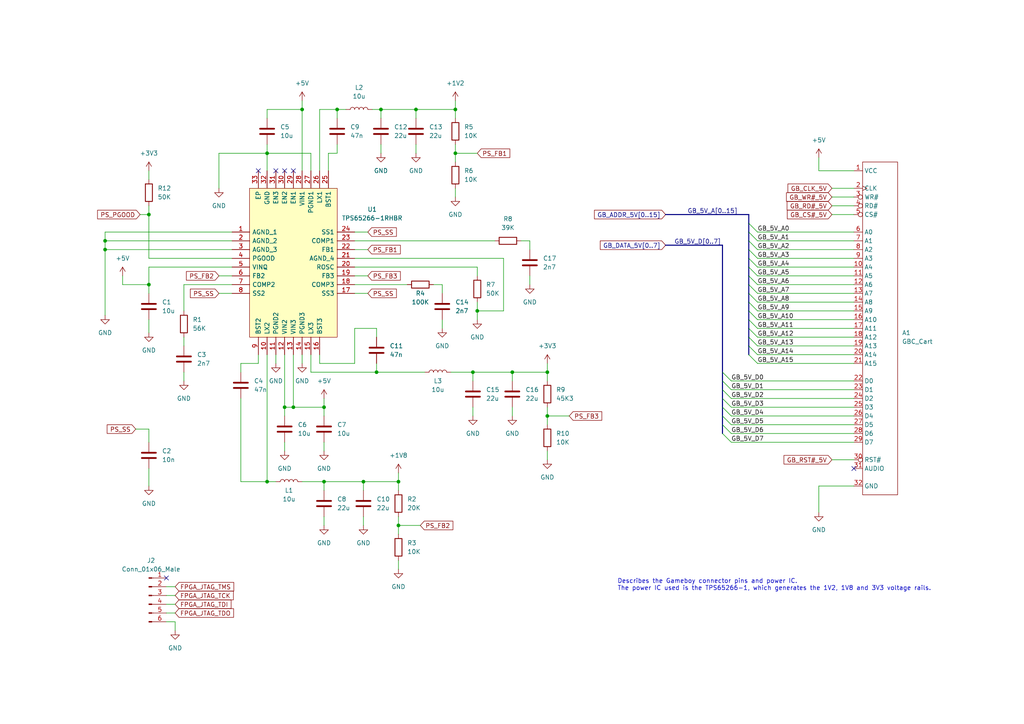
<source format=kicad_sch>
(kicad_sch (version 20211123) (generator eeschema)

  (uuid c4587bb7-c73a-4ad0-bcd4-d7dc9697e09b)

  (paper "A4")

  (title_block
    (title "Power and connectors")
    (company "© Elijah Almeida Coimbra")
  )

  (lib_symbols
    (symbol "Boards:GBC_Cart" (in_bom no) (on_board yes)
      (property "Reference" "A" (id 0) (at -10.16 13.97 0)
        (effects (font (size 1.27 1.27)))
      )
      (property "Value" "GBC_Cart" (id 1) (at -6.35 11.43 0)
        (effects (font (size 1.27 1.27)))
      )
      (property "Footprint" "Boards:GBC_Cart" (id 2) (at -2.54 8.89 0)
        (effects (font (size 1.27 1.27)) hide)
      )
      (property "Datasheet" "" (id 3) (at -24.13 -36.83 0)
        (effects (font (size 1.27 1.27)) hide)
      )
      (property "ki_keywords" "board gameboy cart cartridge" (id 4) (at 0 0 0)
        (effects (font (size 1.27 1.27)) hide)
      )
      (property "ki_description" "Base board outline and connector pads for GameBoy Color cartridge" (id 5) (at 0 0 0)
        (effects (font (size 1.27 1.27)) hide)
      )
      (symbol "GBC_Cart_0_1"
        (rectangle (start -21.59 54.61) (end -11.43 -41.91)
          (stroke (width 0) (type default) (color 0 0 0 0))
          (fill (type none))
        )
      )
      (symbol "GBC_Cart_1_1"
        (pin power_out line (at -24.13 52.07 0) (length 2.54)
          (name "VCC" (effects (font (size 1.27 1.27))))
          (number "1" (effects (font (size 1.27 1.27))))
        )
        (pin output line (at -24.13 24.13 0) (length 2.54)
          (name "A4" (effects (font (size 1.27 1.27))))
          (number "10" (effects (font (size 1.27 1.27))))
        )
        (pin output line (at -24.13 21.59 0) (length 2.54)
          (name "A5" (effects (font (size 1.27 1.27))))
          (number "11" (effects (font (size 1.27 1.27))))
        )
        (pin output line (at -24.13 19.05 0) (length 2.54)
          (name "A6" (effects (font (size 1.27 1.27))))
          (number "12" (effects (font (size 1.27 1.27))))
        )
        (pin output line (at -24.13 16.51 0) (length 2.54)
          (name "A7" (effects (font (size 1.27 1.27))))
          (number "13" (effects (font (size 1.27 1.27))))
        )
        (pin output line (at -24.13 13.97 0) (length 2.54)
          (name "A8" (effects (font (size 1.27 1.27))))
          (number "14" (effects (font (size 1.27 1.27))))
        )
        (pin output line (at -24.13 11.43 0) (length 2.54)
          (name "A9" (effects (font (size 1.27 1.27))))
          (number "15" (effects (font (size 1.27 1.27))))
        )
        (pin output line (at -24.13 8.89 0) (length 2.54)
          (name "A10" (effects (font (size 1.27 1.27))))
          (number "16" (effects (font (size 1.27 1.27))))
        )
        (pin output line (at -24.13 6.35 0) (length 2.54)
          (name "A11" (effects (font (size 1.27 1.27))))
          (number "17" (effects (font (size 1.27 1.27))))
        )
        (pin output line (at -24.13 3.81 0) (length 2.54)
          (name "A12" (effects (font (size 1.27 1.27))))
          (number "18" (effects (font (size 1.27 1.27))))
        )
        (pin output line (at -24.13 1.27 0) (length 2.54)
          (name "A13" (effects (font (size 1.27 1.27))))
          (number "19" (effects (font (size 1.27 1.27))))
        )
        (pin output clock (at -24.13 46.99 0) (length 2.54)
          (name "CLK" (effects (font (size 1.27 1.27))))
          (number "2" (effects (font (size 1.27 1.27))))
        )
        (pin output line (at -24.13 -1.27 0) (length 2.54)
          (name "A14" (effects (font (size 1.27 1.27))))
          (number "20" (effects (font (size 1.27 1.27))))
        )
        (pin output line (at -24.13 -3.81 0) (length 2.54)
          (name "A15" (effects (font (size 1.27 1.27))))
          (number "21" (effects (font (size 1.27 1.27))))
        )
        (pin bidirectional line (at -24.13 -8.89 0) (length 2.54)
          (name "D0" (effects (font (size 1.27 1.27))))
          (number "22" (effects (font (size 1.27 1.27))))
        )
        (pin bidirectional line (at -24.13 -11.43 0) (length 2.54)
          (name "D1" (effects (font (size 1.27 1.27))))
          (number "23" (effects (font (size 1.27 1.27))))
        )
        (pin bidirectional line (at -24.13 -13.97 0) (length 2.54)
          (name "D2" (effects (font (size 1.27 1.27))))
          (number "24" (effects (font (size 1.27 1.27))))
        )
        (pin bidirectional line (at -24.13 -16.51 0) (length 2.54)
          (name "D3" (effects (font (size 1.27 1.27))))
          (number "25" (effects (font (size 1.27 1.27))))
        )
        (pin bidirectional line (at -24.13 -19.05 0) (length 2.54)
          (name "D4" (effects (font (size 1.27 1.27))))
          (number "26" (effects (font (size 1.27 1.27))))
        )
        (pin bidirectional line (at -24.13 -21.59 0) (length 2.54)
          (name "D5" (effects (font (size 1.27 1.27))))
          (number "27" (effects (font (size 1.27 1.27))))
        )
        (pin bidirectional line (at -24.13 -24.13 0) (length 2.54)
          (name "D6" (effects (font (size 1.27 1.27))))
          (number "28" (effects (font (size 1.27 1.27))))
        )
        (pin bidirectional line (at -24.13 -26.67 0) (length 2.54)
          (name "D7" (effects (font (size 1.27 1.27))))
          (number "29" (effects (font (size 1.27 1.27))))
        )
        (pin output inverted (at -24.13 44.45 0) (length 2.54)
          (name "WR#" (effects (font (size 1.27 1.27))))
          (number "3" (effects (font (size 1.27 1.27))))
        )
        (pin input inverted (at -24.13 -31.75 0) (length 2.54)
          (name "RST#" (effects (font (size 1.27 1.27))))
          (number "30" (effects (font (size 1.27 1.27))))
        )
        (pin input line (at -24.13 -34.29 0) (length 2.54)
          (name "AUDIO" (effects (font (size 1.27 1.27))))
          (number "31" (effects (font (size 1.27 1.27))))
        )
        (pin power_out line (at -24.13 -39.37 0) (length 2.54)
          (name "GND" (effects (font (size 1.27 1.27))))
          (number "32" (effects (font (size 1.27 1.27))))
        )
        (pin output inverted (at -24.13 41.91 0) (length 2.54)
          (name "RD#" (effects (font (size 1.27 1.27))))
          (number "4" (effects (font (size 1.27 1.27))))
        )
        (pin output inverted (at -24.13 39.37 0) (length 2.54)
          (name "CS#" (effects (font (size 1.27 1.27))))
          (number "5" (effects (font (size 1.27 1.27))))
        )
        (pin output line (at -24.13 34.29 0) (length 2.54)
          (name "A0" (effects (font (size 1.27 1.27))))
          (number "6" (effects (font (size 1.27 1.27))))
        )
        (pin output line (at -24.13 31.75 0) (length 2.54)
          (name "A1" (effects (font (size 1.27 1.27))))
          (number "7" (effects (font (size 1.27 1.27))))
        )
        (pin output line (at -24.13 29.21 0) (length 2.54)
          (name "A2" (effects (font (size 1.27 1.27))))
          (number "8" (effects (font (size 1.27 1.27))))
        )
        (pin output line (at -24.13 26.67 0) (length 2.54)
          (name "A3" (effects (font (size 1.27 1.27))))
          (number "9" (effects (font (size 1.27 1.27))))
        )
      )
    )
    (symbol "Connector:Conn_01x06_Male" (pin_names (offset 1.016) hide) (in_bom yes) (on_board yes)
      (property "Reference" "J" (id 0) (at 0 7.62 0)
        (effects (font (size 1.27 1.27)))
      )
      (property "Value" "Conn_01x06_Male" (id 1) (at 0 -10.16 0)
        (effects (font (size 1.27 1.27)))
      )
      (property "Footprint" "" (id 2) (at 0 0 0)
        (effects (font (size 1.27 1.27)) hide)
      )
      (property "Datasheet" "~" (id 3) (at 0 0 0)
        (effects (font (size 1.27 1.27)) hide)
      )
      (property "ki_keywords" "connector" (id 4) (at 0 0 0)
        (effects (font (size 1.27 1.27)) hide)
      )
      (property "ki_description" "Generic connector, single row, 01x06, script generated (kicad-library-utils/schlib/autogen/connector/)" (id 5) (at 0 0 0)
        (effects (font (size 1.27 1.27)) hide)
      )
      (property "ki_fp_filters" "Connector*:*_1x??_*" (id 6) (at 0 0 0)
        (effects (font (size 1.27 1.27)) hide)
      )
      (symbol "Conn_01x06_Male_1_1"
        (polyline
          (pts
            (xy 1.27 -7.62)
            (xy 0.8636 -7.62)
          )
          (stroke (width 0.1524) (type default) (color 0 0 0 0))
          (fill (type none))
        )
        (polyline
          (pts
            (xy 1.27 -5.08)
            (xy 0.8636 -5.08)
          )
          (stroke (width 0.1524) (type default) (color 0 0 0 0))
          (fill (type none))
        )
        (polyline
          (pts
            (xy 1.27 -2.54)
            (xy 0.8636 -2.54)
          )
          (stroke (width 0.1524) (type default) (color 0 0 0 0))
          (fill (type none))
        )
        (polyline
          (pts
            (xy 1.27 0)
            (xy 0.8636 0)
          )
          (stroke (width 0.1524) (type default) (color 0 0 0 0))
          (fill (type none))
        )
        (polyline
          (pts
            (xy 1.27 2.54)
            (xy 0.8636 2.54)
          )
          (stroke (width 0.1524) (type default) (color 0 0 0 0))
          (fill (type none))
        )
        (polyline
          (pts
            (xy 1.27 5.08)
            (xy 0.8636 5.08)
          )
          (stroke (width 0.1524) (type default) (color 0 0 0 0))
          (fill (type none))
        )
        (rectangle (start 0.8636 -7.493) (end 0 -7.747)
          (stroke (width 0.1524) (type default) (color 0 0 0 0))
          (fill (type outline))
        )
        (rectangle (start 0.8636 -4.953) (end 0 -5.207)
          (stroke (width 0.1524) (type default) (color 0 0 0 0))
          (fill (type outline))
        )
        (rectangle (start 0.8636 -2.413) (end 0 -2.667)
          (stroke (width 0.1524) (type default) (color 0 0 0 0))
          (fill (type outline))
        )
        (rectangle (start 0.8636 0.127) (end 0 -0.127)
          (stroke (width 0.1524) (type default) (color 0 0 0 0))
          (fill (type outline))
        )
        (rectangle (start 0.8636 2.667) (end 0 2.413)
          (stroke (width 0.1524) (type default) (color 0 0 0 0))
          (fill (type outline))
        )
        (rectangle (start 0.8636 5.207) (end 0 4.953)
          (stroke (width 0.1524) (type default) (color 0 0 0 0))
          (fill (type outline))
        )
        (pin passive line (at 5.08 5.08 180) (length 3.81)
          (name "Pin_1" (effects (font (size 1.27 1.27))))
          (number "1" (effects (font (size 1.27 1.27))))
        )
        (pin passive line (at 5.08 2.54 180) (length 3.81)
          (name "Pin_2" (effects (font (size 1.27 1.27))))
          (number "2" (effects (font (size 1.27 1.27))))
        )
        (pin passive line (at 5.08 0 180) (length 3.81)
          (name "Pin_3" (effects (font (size 1.27 1.27))))
          (number "3" (effects (font (size 1.27 1.27))))
        )
        (pin passive line (at 5.08 -2.54 180) (length 3.81)
          (name "Pin_4" (effects (font (size 1.27 1.27))))
          (number "4" (effects (font (size 1.27 1.27))))
        )
        (pin passive line (at 5.08 -5.08 180) (length 3.81)
          (name "Pin_5" (effects (font (size 1.27 1.27))))
          (number "5" (effects (font (size 1.27 1.27))))
        )
        (pin passive line (at 5.08 -7.62 180) (length 3.81)
          (name "Pin_6" (effects (font (size 1.27 1.27))))
          (number "6" (effects (font (size 1.27 1.27))))
        )
      )
    )
    (symbol "Device:C" (pin_numbers hide) (pin_names (offset 0.254)) (in_bom yes) (on_board yes)
      (property "Reference" "C" (id 0) (at 0.635 2.54 0)
        (effects (font (size 1.27 1.27)) (justify left))
      )
      (property "Value" "C" (id 1) (at 0.635 -2.54 0)
        (effects (font (size 1.27 1.27)) (justify left))
      )
      (property "Footprint" "" (id 2) (at 0.9652 -3.81 0)
        (effects (font (size 1.27 1.27)) hide)
      )
      (property "Datasheet" "~" (id 3) (at 0 0 0)
        (effects (font (size 1.27 1.27)) hide)
      )
      (property "ki_keywords" "cap capacitor" (id 4) (at 0 0 0)
        (effects (font (size 1.27 1.27)) hide)
      )
      (property "ki_description" "Unpolarized capacitor" (id 5) (at 0 0 0)
        (effects (font (size 1.27 1.27)) hide)
      )
      (property "ki_fp_filters" "C_*" (id 6) (at 0 0 0)
        (effects (font (size 1.27 1.27)) hide)
      )
      (symbol "C_0_1"
        (polyline
          (pts
            (xy -2.032 -0.762)
            (xy 2.032 -0.762)
          )
          (stroke (width 0.508) (type default) (color 0 0 0 0))
          (fill (type none))
        )
        (polyline
          (pts
            (xy -2.032 0.762)
            (xy 2.032 0.762)
          )
          (stroke (width 0.508) (type default) (color 0 0 0 0))
          (fill (type none))
        )
      )
      (symbol "C_1_1"
        (pin passive line (at 0 3.81 270) (length 2.794)
          (name "~" (effects (font (size 1.27 1.27))))
          (number "1" (effects (font (size 1.27 1.27))))
        )
        (pin passive line (at 0 -3.81 90) (length 2.794)
          (name "~" (effects (font (size 1.27 1.27))))
          (number "2" (effects (font (size 1.27 1.27))))
        )
      )
    )
    (symbol "Device:L" (pin_numbers hide) (pin_names (offset 1.016) hide) (in_bom yes) (on_board yes)
      (property "Reference" "L" (id 0) (at -1.27 0 90)
        (effects (font (size 1.27 1.27)))
      )
      (property "Value" "L" (id 1) (at 1.905 0 90)
        (effects (font (size 1.27 1.27)))
      )
      (property "Footprint" "" (id 2) (at 0 0 0)
        (effects (font (size 1.27 1.27)) hide)
      )
      (property "Datasheet" "~" (id 3) (at 0 0 0)
        (effects (font (size 1.27 1.27)) hide)
      )
      (property "ki_keywords" "inductor choke coil reactor magnetic" (id 4) (at 0 0 0)
        (effects (font (size 1.27 1.27)) hide)
      )
      (property "ki_description" "Inductor" (id 5) (at 0 0 0)
        (effects (font (size 1.27 1.27)) hide)
      )
      (property "ki_fp_filters" "Choke_* *Coil* Inductor_* L_*" (id 6) (at 0 0 0)
        (effects (font (size 1.27 1.27)) hide)
      )
      (symbol "L_0_1"
        (arc (start 0 -2.54) (mid 0.635 -1.905) (end 0 -1.27)
          (stroke (width 0) (type default) (color 0 0 0 0))
          (fill (type none))
        )
        (arc (start 0 -1.27) (mid 0.635 -0.635) (end 0 0)
          (stroke (width 0) (type default) (color 0 0 0 0))
          (fill (type none))
        )
        (arc (start 0 0) (mid 0.635 0.635) (end 0 1.27)
          (stroke (width 0) (type default) (color 0 0 0 0))
          (fill (type none))
        )
        (arc (start 0 1.27) (mid 0.635 1.905) (end 0 2.54)
          (stroke (width 0) (type default) (color 0 0 0 0))
          (fill (type none))
        )
      )
      (symbol "L_1_1"
        (pin passive line (at 0 3.81 270) (length 1.27)
          (name "1" (effects (font (size 1.27 1.27))))
          (number "1" (effects (font (size 1.27 1.27))))
        )
        (pin passive line (at 0 -3.81 90) (length 1.27)
          (name "2" (effects (font (size 1.27 1.27))))
          (number "2" (effects (font (size 1.27 1.27))))
        )
      )
    )
    (symbol "Device:R" (pin_numbers hide) (pin_names (offset 0)) (in_bom yes) (on_board yes)
      (property "Reference" "R" (id 0) (at 2.032 0 90)
        (effects (font (size 1.27 1.27)))
      )
      (property "Value" "R" (id 1) (at 0 0 90)
        (effects (font (size 1.27 1.27)))
      )
      (property "Footprint" "" (id 2) (at -1.778 0 90)
        (effects (font (size 1.27 1.27)) hide)
      )
      (property "Datasheet" "~" (id 3) (at 0 0 0)
        (effects (font (size 1.27 1.27)) hide)
      )
      (property "ki_keywords" "R res resistor" (id 4) (at 0 0 0)
        (effects (font (size 1.27 1.27)) hide)
      )
      (property "ki_description" "Resistor" (id 5) (at 0 0 0)
        (effects (font (size 1.27 1.27)) hide)
      )
      (property "ki_fp_filters" "R_*" (id 6) (at 0 0 0)
        (effects (font (size 1.27 1.27)) hide)
      )
      (symbol "R_0_1"
        (rectangle (start -1.016 -2.54) (end 1.016 2.54)
          (stroke (width 0.254) (type default) (color 0 0 0 0))
          (fill (type none))
        )
      )
      (symbol "R_1_1"
        (pin passive line (at 0 3.81 270) (length 1.27)
          (name "~" (effects (font (size 1.27 1.27))))
          (number "1" (effects (font (size 1.27 1.27))))
        )
        (pin passive line (at 0 -3.81 90) (length 1.27)
          (name "~" (effects (font (size 1.27 1.27))))
          (number "2" (effects (font (size 1.27 1.27))))
        )
      )
    )
    (symbol "SamacSys_Parts:TPS65266-1RHBR" (pin_names (offset 0.762)) (in_bom yes) (on_board yes)
      (property "Reference" "IC" (id 0) (at 31.75 17.78 0)
        (effects (font (size 1.27 1.27)) (justify left))
      )
      (property "Value" "TPS65266-1RHBR" (id 1) (at 31.75 15.24 0)
        (effects (font (size 1.27 1.27)) (justify left))
      )
      (property "Footprint" "QFN50P500X500X100-33N-D" (id 2) (at 31.75 12.7 0)
        (effects (font (size 1.27 1.27)) (justify left) hide)
      )
      (property "Datasheet" "http://www.ti.com/lit/gpn/tps65266-1" (id 3) (at 31.75 10.16 0)
        (effects (font (size 1.27 1.27)) (justify left) hide)
      )
      (property "Description" "2.7V to 6.5V Input, 3A/2A/2A Triple Buck Converter" (id 4) (at 31.75 7.62 0)
        (effects (font (size 1.27 1.27)) (justify left) hide)
      )
      (property "MFN" "Texas Instruments" (id 5) (at 31.75 -2.54 0)
        (effects (font (size 1.27 1.27)) (justify left) hide)
      )
      (property "MFP" "TPS65266-1RHBR" (id 6) (at 31.75 -5.08 0)
        (effects (font (size 1.27 1.27)) (justify left) hide)
      )
      (property "ki_description" "2.7V to 6.5V Input, 3A/2A/2A Triple Buck Converter" (id 7) (at 0 0 0)
        (effects (font (size 1.27 1.27)) hide)
      )
      (symbol "TPS65266-1RHBR_0_0"
        (pin power_in line (at 0 0 0) (length 5.08)
          (name "AGND_1" (effects (font (size 1.27 1.27))))
          (number "1" (effects (font (size 1.27 1.27))))
        )
        (pin power_out line (at 10.16 -35.56 90) (length 5.08)
          (name "LX2" (effects (font (size 1.27 1.27))))
          (number "10" (effects (font (size 1.27 1.27))))
        )
        (pin power_in line (at 12.7 -35.56 90) (length 5.08)
          (name "PGND2" (effects (font (size 1.27 1.27))))
          (number "11" (effects (font (size 1.27 1.27))))
        )
        (pin power_in line (at 15.24 -35.56 90) (length 5.08)
          (name "VIN2" (effects (font (size 1.27 1.27))))
          (number "12" (effects (font (size 1.27 1.27))))
        )
        (pin power_in line (at 17.78 -35.56 90) (length 5.08)
          (name "VIN3" (effects (font (size 1.27 1.27))))
          (number "13" (effects (font (size 1.27 1.27))))
        )
        (pin power_in line (at 20.32 -35.56 90) (length 5.08)
          (name "PGND3" (effects (font (size 1.27 1.27))))
          (number "14" (effects (font (size 1.27 1.27))))
        )
        (pin power_out line (at 22.86 -35.56 90) (length 5.08)
          (name "LX3" (effects (font (size 1.27 1.27))))
          (number "15" (effects (font (size 1.27 1.27))))
        )
        (pin output line (at 25.4 -35.56 90) (length 5.08)
          (name "BST3" (effects (font (size 1.27 1.27))))
          (number "16" (effects (font (size 1.27 1.27))))
        )
        (pin input line (at 35.56 -17.78 180) (length 5.08)
          (name "SS3" (effects (font (size 1.27 1.27))))
          (number "17" (effects (font (size 1.27 1.27))))
        )
        (pin output line (at 35.56 -15.24 180) (length 5.08)
          (name "COMP3" (effects (font (size 1.27 1.27))))
          (number "18" (effects (font (size 1.27 1.27))))
        )
        (pin input line (at 35.56 -12.7 180) (length 5.08)
          (name "FB3" (effects (font (size 1.27 1.27))))
          (number "19" (effects (font (size 1.27 1.27))))
        )
        (pin power_in line (at 0 -2.54 0) (length 5.08)
          (name "AGND_2" (effects (font (size 1.27 1.27))))
          (number "2" (effects (font (size 1.27 1.27))))
        )
        (pin input line (at 35.56 -10.16 180) (length 5.08)
          (name "ROSC" (effects (font (size 1.27 1.27))))
          (number "20" (effects (font (size 1.27 1.27))))
        )
        (pin power_in line (at 35.56 -7.62 180) (length 5.08)
          (name "AGND_4" (effects (font (size 1.27 1.27))))
          (number "21" (effects (font (size 1.27 1.27))))
        )
        (pin input line (at 35.56 -5.08 180) (length 5.08)
          (name "FB1" (effects (font (size 1.27 1.27))))
          (number "22" (effects (font (size 1.27 1.27))))
        )
        (pin output line (at 35.56 -2.54 180) (length 5.08)
          (name "COMP1" (effects (font (size 1.27 1.27))))
          (number "23" (effects (font (size 1.27 1.27))))
        )
        (pin input line (at 35.56 0 180) (length 5.08)
          (name "SS1" (effects (font (size 1.27 1.27))))
          (number "24" (effects (font (size 1.27 1.27))))
        )
        (pin output line (at 27.94 17.78 270) (length 5.08)
          (name "BST1" (effects (font (size 1.27 1.27))))
          (number "25" (effects (font (size 1.27 1.27))))
        )
        (pin power_out line (at 25.4 17.78 270) (length 5.08)
          (name "LX1" (effects (font (size 1.27 1.27))))
          (number "26" (effects (font (size 1.27 1.27))))
        )
        (pin power_in line (at 22.86 17.78 270) (length 5.08)
          (name "PGND1" (effects (font (size 1.27 1.27))))
          (number "27" (effects (font (size 1.27 1.27))))
        )
        (pin power_in line (at 20.32 17.78 270) (length 5.08)
          (name "VIN1" (effects (font (size 1.27 1.27))))
          (number "28" (effects (font (size 1.27 1.27))))
        )
        (pin input line (at 17.78 17.78 270) (length 5.08)
          (name "EN1" (effects (font (size 1.27 1.27))))
          (number "29" (effects (font (size 1.27 1.27))))
        )
        (pin power_in line (at 0 -5.08 0) (length 5.08)
          (name "AGND_3" (effects (font (size 1.27 1.27))))
          (number "3" (effects (font (size 1.27 1.27))))
        )
        (pin input line (at 15.24 17.78 270) (length 5.08)
          (name "EN2" (effects (font (size 1.27 1.27))))
          (number "30" (effects (font (size 1.27 1.27))))
        )
        (pin input line (at 12.7 17.78 270) (length 5.08)
          (name "EN3" (effects (font (size 1.27 1.27))))
          (number "31" (effects (font (size 1.27 1.27))))
        )
        (pin power_in line (at 10.16 17.78 270) (length 5.08)
          (name "GND" (effects (font (size 1.27 1.27))))
          (number "32" (effects (font (size 1.27 1.27))))
        )
        (pin passive line (at 7.62 17.78 270) (length 5.08)
          (name "EP" (effects (font (size 1.27 1.27))))
          (number "33" (effects (font (size 1.27 1.27))))
        )
        (pin output line (at 0 -7.62 0) (length 5.08)
          (name "PGOOD" (effects (font (size 1.27 1.27))))
          (number "4" (effects (font (size 1.27 1.27))))
        )
        (pin power_in line (at 0 -10.16 0) (length 5.08)
          (name "VINQ" (effects (font (size 1.27 1.27))))
          (number "5" (effects (font (size 1.27 1.27))))
        )
        (pin input line (at 0 -12.7 0) (length 5.08)
          (name "FB2" (effects (font (size 1.27 1.27))))
          (number "6" (effects (font (size 1.27 1.27))))
        )
        (pin output line (at 0 -15.24 0) (length 5.08)
          (name "COMP2" (effects (font (size 1.27 1.27))))
          (number "7" (effects (font (size 1.27 1.27))))
        )
        (pin input line (at 0 -17.78 0) (length 5.08)
          (name "SS2" (effects (font (size 1.27 1.27))))
          (number "8" (effects (font (size 1.27 1.27))))
        )
        (pin output line (at 7.62 -35.56 90) (length 5.08)
          (name "BST2" (effects (font (size 1.27 1.27))))
          (number "9" (effects (font (size 1.27 1.27))))
        )
      )
      (symbol "TPS65266-1RHBR_0_1"
        (polyline
          (pts
            (xy 5.08 12.7)
            (xy 30.48 12.7)
            (xy 30.48 -30.48)
            (xy 5.08 -30.48)
            (xy 5.08 12.7)
          )
          (stroke (width 0.1524) (type default) (color 0 0 0 0))
          (fill (type background))
        )
      )
    )
    (symbol "power:+1V2" (power) (pin_names (offset 0)) (in_bom yes) (on_board yes)
      (property "Reference" "#PWR" (id 0) (at 0 -3.81 0)
        (effects (font (size 1.27 1.27)) hide)
      )
      (property "Value" "+1V2" (id 1) (at 0 3.556 0)
        (effects (font (size 1.27 1.27)))
      )
      (property "Footprint" "" (id 2) (at 0 0 0)
        (effects (font (size 1.27 1.27)) hide)
      )
      (property "Datasheet" "" (id 3) (at 0 0 0)
        (effects (font (size 1.27 1.27)) hide)
      )
      (property "ki_keywords" "power-flag" (id 4) (at 0 0 0)
        (effects (font (size 1.27 1.27)) hide)
      )
      (property "ki_description" "Power symbol creates a global label with name \"+1V2\"" (id 5) (at 0 0 0)
        (effects (font (size 1.27 1.27)) hide)
      )
      (symbol "+1V2_0_1"
        (polyline
          (pts
            (xy -0.762 1.27)
            (xy 0 2.54)
          )
          (stroke (width 0) (type default) (color 0 0 0 0))
          (fill (type none))
        )
        (polyline
          (pts
            (xy 0 0)
            (xy 0 2.54)
          )
          (stroke (width 0) (type default) (color 0 0 0 0))
          (fill (type none))
        )
        (polyline
          (pts
            (xy 0 2.54)
            (xy 0.762 1.27)
          )
          (stroke (width 0) (type default) (color 0 0 0 0))
          (fill (type none))
        )
      )
      (symbol "+1V2_1_1"
        (pin power_in line (at 0 0 90) (length 0) hide
          (name "+1V2" (effects (font (size 1.27 1.27))))
          (number "1" (effects (font (size 1.27 1.27))))
        )
      )
    )
    (symbol "power:+1V8" (power) (pin_names (offset 0)) (in_bom yes) (on_board yes)
      (property "Reference" "#PWR" (id 0) (at 0 -3.81 0)
        (effects (font (size 1.27 1.27)) hide)
      )
      (property "Value" "+1V8" (id 1) (at 0 3.556 0)
        (effects (font (size 1.27 1.27)))
      )
      (property "Footprint" "" (id 2) (at 0 0 0)
        (effects (font (size 1.27 1.27)) hide)
      )
      (property "Datasheet" "" (id 3) (at 0 0 0)
        (effects (font (size 1.27 1.27)) hide)
      )
      (property "ki_keywords" "power-flag" (id 4) (at 0 0 0)
        (effects (font (size 1.27 1.27)) hide)
      )
      (property "ki_description" "Power symbol creates a global label with name \"+1V8\"" (id 5) (at 0 0 0)
        (effects (font (size 1.27 1.27)) hide)
      )
      (symbol "+1V8_0_1"
        (polyline
          (pts
            (xy -0.762 1.27)
            (xy 0 2.54)
          )
          (stroke (width 0) (type default) (color 0 0 0 0))
          (fill (type none))
        )
        (polyline
          (pts
            (xy 0 0)
            (xy 0 2.54)
          )
          (stroke (width 0) (type default) (color 0 0 0 0))
          (fill (type none))
        )
        (polyline
          (pts
            (xy 0 2.54)
            (xy 0.762 1.27)
          )
          (stroke (width 0) (type default) (color 0 0 0 0))
          (fill (type none))
        )
      )
      (symbol "+1V8_1_1"
        (pin power_in line (at 0 0 90) (length 0) hide
          (name "+1V8" (effects (font (size 1.27 1.27))))
          (number "1" (effects (font (size 1.27 1.27))))
        )
      )
    )
    (symbol "power:+3V3" (power) (pin_names (offset 0)) (in_bom yes) (on_board yes)
      (property "Reference" "#PWR" (id 0) (at 0 -3.81 0)
        (effects (font (size 1.27 1.27)) hide)
      )
      (property "Value" "+3V3" (id 1) (at 0 3.556 0)
        (effects (font (size 1.27 1.27)))
      )
      (property "Footprint" "" (id 2) (at 0 0 0)
        (effects (font (size 1.27 1.27)) hide)
      )
      (property "Datasheet" "" (id 3) (at 0 0 0)
        (effects (font (size 1.27 1.27)) hide)
      )
      (property "ki_keywords" "power-flag" (id 4) (at 0 0 0)
        (effects (font (size 1.27 1.27)) hide)
      )
      (property "ki_description" "Power symbol creates a global label with name \"+3V3\"" (id 5) (at 0 0 0)
        (effects (font (size 1.27 1.27)) hide)
      )
      (symbol "+3V3_0_1"
        (polyline
          (pts
            (xy -0.762 1.27)
            (xy 0 2.54)
          )
          (stroke (width 0) (type default) (color 0 0 0 0))
          (fill (type none))
        )
        (polyline
          (pts
            (xy 0 0)
            (xy 0 2.54)
          )
          (stroke (width 0) (type default) (color 0 0 0 0))
          (fill (type none))
        )
        (polyline
          (pts
            (xy 0 2.54)
            (xy 0.762 1.27)
          )
          (stroke (width 0) (type default) (color 0 0 0 0))
          (fill (type none))
        )
      )
      (symbol "+3V3_1_1"
        (pin power_in line (at 0 0 90) (length 0) hide
          (name "+3V3" (effects (font (size 1.27 1.27))))
          (number "1" (effects (font (size 1.27 1.27))))
        )
      )
    )
    (symbol "power:+5V" (power) (pin_names (offset 0)) (in_bom yes) (on_board yes)
      (property "Reference" "#PWR" (id 0) (at 0 -3.81 0)
        (effects (font (size 1.27 1.27)) hide)
      )
      (property "Value" "+5V" (id 1) (at 0 3.556 0)
        (effects (font (size 1.27 1.27)))
      )
      (property "Footprint" "" (id 2) (at 0 0 0)
        (effects (font (size 1.27 1.27)) hide)
      )
      (property "Datasheet" "" (id 3) (at 0 0 0)
        (effects (font (size 1.27 1.27)) hide)
      )
      (property "ki_keywords" "power-flag" (id 4) (at 0 0 0)
        (effects (font (size 1.27 1.27)) hide)
      )
      (property "ki_description" "Power symbol creates a global label with name \"+5V\"" (id 5) (at 0 0 0)
        (effects (font (size 1.27 1.27)) hide)
      )
      (symbol "+5V_0_1"
        (polyline
          (pts
            (xy -0.762 1.27)
            (xy 0 2.54)
          )
          (stroke (width 0) (type default) (color 0 0 0 0))
          (fill (type none))
        )
        (polyline
          (pts
            (xy 0 0)
            (xy 0 2.54)
          )
          (stroke (width 0) (type default) (color 0 0 0 0))
          (fill (type none))
        )
        (polyline
          (pts
            (xy 0 2.54)
            (xy 0.762 1.27)
          )
          (stroke (width 0) (type default) (color 0 0 0 0))
          (fill (type none))
        )
      )
      (symbol "+5V_1_1"
        (pin power_in line (at 0 0 90) (length 0) hide
          (name "+5V" (effects (font (size 1.27 1.27))))
          (number "1" (effects (font (size 1.27 1.27))))
        )
      )
    )
    (symbol "power:GND" (power) (pin_names (offset 0)) (in_bom yes) (on_board yes)
      (property "Reference" "#PWR" (id 0) (at 0 -6.35 0)
        (effects (font (size 1.27 1.27)) hide)
      )
      (property "Value" "GND" (id 1) (at 0 -3.81 0)
        (effects (font (size 1.27 1.27)))
      )
      (property "Footprint" "" (id 2) (at 0 0 0)
        (effects (font (size 1.27 1.27)) hide)
      )
      (property "Datasheet" "" (id 3) (at 0 0 0)
        (effects (font (size 1.27 1.27)) hide)
      )
      (property "ki_keywords" "power-flag" (id 4) (at 0 0 0)
        (effects (font (size 1.27 1.27)) hide)
      )
      (property "ki_description" "Power symbol creates a global label with name \"GND\" , ground" (id 5) (at 0 0 0)
        (effects (font (size 1.27 1.27)) hide)
      )
      (symbol "GND_0_1"
        (polyline
          (pts
            (xy 0 0)
            (xy 0 -1.27)
            (xy 1.27 -1.27)
            (xy 0 -2.54)
            (xy -1.27 -1.27)
            (xy 0 -1.27)
          )
          (stroke (width 0) (type default) (color 0 0 0 0))
          (fill (type none))
        )
      )
      (symbol "GND_1_1"
        (pin power_in line (at 0 0 270) (length 0) hide
          (name "GND" (effects (font (size 1.27 1.27))))
          (number "1" (effects (font (size 1.27 1.27))))
        )
      )
    )
  )

  (junction (at 120.65 31.75) (diameter 0) (color 0 0 0 0)
    (uuid 01a3cd73-9c2c-43cf-ad62-c0e5060d2128)
  )
  (junction (at 105.41 139.7) (diameter 0) (color 0 0 0 0)
    (uuid 048d486e-dd47-4b08-a88c-a534f99084a2)
  )
  (junction (at 93.98 118.11) (diameter 0) (color 0 0 0 0)
    (uuid 052170f3-619c-4174-a279-3a2e8e919eb2)
  )
  (junction (at 30.48 72.39) (diameter 0) (color 0 0 0 0)
    (uuid 0f2c51fd-92fc-4807-a997-a30f53520e2a)
  )
  (junction (at 132.08 31.75) (diameter 0) (color 0 0 0 0)
    (uuid 20977d8b-2a29-4e9d-b5c2-9df621183af8)
  )
  (junction (at 43.18 82.55) (diameter 0) (color 0 0 0 0)
    (uuid 2c361645-512c-482b-99e6-ba485a1c3eeb)
  )
  (junction (at 110.49 31.75) (diameter 0) (color 0 0 0 0)
    (uuid 384331c6-7bd5-4b47-8a46-fc140ac5813b)
  )
  (junction (at 77.47 139.7) (diameter 0) (color 0 0 0 0)
    (uuid 4430aed5-a6a7-4cc7-99a4-d9f7b4b748ae)
  )
  (junction (at 85.09 118.11) (diameter 0) (color 0 0 0 0)
    (uuid 45287fce-d9c1-421f-9005-e1c825d014d8)
  )
  (junction (at 158.75 107.95) (diameter 0) (color 0 0 0 0)
    (uuid 48da2a69-f69d-4007-9329-2178d7d184e0)
  )
  (junction (at 82.55 118.11) (diameter 0) (color 0 0 0 0)
    (uuid 4d552fc5-8807-4527-9a5b-9cd74c428cb0)
  )
  (junction (at 148.59 107.95) (diameter 0) (color 0 0 0 0)
    (uuid 527c888e-ebd3-4436-bb15-87d8a3467bb7)
  )
  (junction (at 87.63 31.75) (diameter 0) (color 0 0 0 0)
    (uuid 55ae697d-57b1-4c3a-bf4e-ddff1ad9b0cf)
  )
  (junction (at 132.08 44.45) (diameter 0) (color 0 0 0 0)
    (uuid 56df42a9-4027-415e-9a4b-2dd5d2811e5b)
  )
  (junction (at 97.79 31.75) (diameter 0) (color 0 0 0 0)
    (uuid 73e313ac-a72d-4b1c-be0e-6fc9101ab96c)
  )
  (junction (at 43.18 62.23) (diameter 0) (color 0 0 0 0)
    (uuid 8ba04d4c-e8e2-42da-a749-0f2485ee882c)
  )
  (junction (at 137.16 107.95) (diameter 0) (color 0 0 0 0)
    (uuid 9513c6b6-c0a8-435e-b22e-1cc8454323c8)
  )
  (junction (at 109.22 107.95) (diameter 0) (color 0 0 0 0)
    (uuid a4d689dc-70f4-43d0-b0e0-db4935c1560c)
  )
  (junction (at 158.75 120.65) (diameter 0) (color 0 0 0 0)
    (uuid ac5a308d-dbd1-4db4-82f6-993eccff5fd4)
  )
  (junction (at 30.48 69.85) (diameter 0) (color 0 0 0 0)
    (uuid b185de03-ff2b-46ed-a95b-f2431f119d54)
  )
  (junction (at 115.57 152.4) (diameter 0) (color 0 0 0 0)
    (uuid ca1189e1-4d78-4e64-b11f-84747182afd7)
  )
  (junction (at 77.47 44.45) (diameter 0) (color 0 0 0 0)
    (uuid dbbd1299-f6b3-4b26-97e6-b3aba383acca)
  )
  (junction (at 93.98 139.7) (diameter 0) (color 0 0 0 0)
    (uuid ec09d2af-beb9-4486-b51b-9e159ae45555)
  )
  (junction (at 115.57 139.7) (diameter 0) (color 0 0 0 0)
    (uuid f2f1a1dc-2912-48e7-a8b1-765327c44033)
  )
  (junction (at 138.43 90.17) (diameter 0) (color 0 0 0 0)
    (uuid f94fa10e-4e9e-45af-a74b-d8d661aa9c13)
  )

  (no_connect (at 247.65 135.89) (uuid 0fd21545-c62c-4994-ae2a-b0b5c8f5615e))
  (no_connect (at 82.55 49.53) (uuid 23e2dc45-c988-46ad-8673-03be370da161))
  (no_connect (at 80.01 49.53) (uuid 23e2dc45-c988-46ad-8673-03be370da162))
  (no_connect (at 85.09 49.53) (uuid 23e2dc45-c988-46ad-8673-03be370da163))
  (no_connect (at 74.93 49.53) (uuid 7b001f85-9fcd-4bf3-ad29-d97e22d5b04d))
  (no_connect (at 48.26 167.64) (uuid 8edcd003-5a3f-4d75-ab3b-97a99e49dc16))

  (bus_entry (at 217.17 82.55) (size 2.54 2.54)
    (stroke (width 0) (type default) (color 0 0 0 0))
    (uuid 01422660-08c8-48f3-98ca-26cbe7f98f5b)
  )
  (bus_entry (at 209.55 123.19) (size 2.54 2.54)
    (stroke (width 0) (type default) (color 0 0 0 0))
    (uuid 04868f85-bc69-4fa9-8e62-d78ffe5ae58e)
  )
  (bus_entry (at 217.17 80.01) (size 2.54 2.54)
    (stroke (width 0) (type default) (color 0 0 0 0))
    (uuid 0dcb5ab5-f291-489d-b2bc-0f0b25b801ee)
  )
  (bus_entry (at 217.17 102.87) (size 2.54 2.54)
    (stroke (width 0) (type default) (color 0 0 0 0))
    (uuid 133bb99a-82f3-4f77-a20b-451874ac44f4)
  )
  (bus_entry (at 209.55 115.57) (size 2.54 2.54)
    (stroke (width 0) (type default) (color 0 0 0 0))
    (uuid 1c57f8a5-0a6c-44cd-b514-5b9d5f8cc98b)
  )
  (bus_entry (at 217.17 77.47) (size 2.54 2.54)
    (stroke (width 0) (type default) (color 0 0 0 0))
    (uuid 218a2487-4406-4830-b6ad-8a4182eda4f4)
  )
  (bus_entry (at 217.17 64.77) (size 2.54 2.54)
    (stroke (width 0) (type default) (color 0 0 0 0))
    (uuid 321eb03e-d5d7-4c98-9326-4c49d56670ae)
  )
  (bus_entry (at 209.55 118.11) (size 2.54 2.54)
    (stroke (width 0) (type default) (color 0 0 0 0))
    (uuid 4102ae0e-3d75-40cd-957b-0b4db5d3f5ee)
  )
  (bus_entry (at 217.17 72.39) (size 2.54 2.54)
    (stroke (width 0) (type default) (color 0 0 0 0))
    (uuid 55b28997-b330-40d1-b32a-125cd071668d)
  )
  (bus_entry (at 217.17 85.09) (size 2.54 2.54)
    (stroke (width 0) (type default) (color 0 0 0 0))
    (uuid 7d86ba37-b98f-40a5-b35f-96db8417b185)
  )
  (bus_entry (at 217.17 100.33) (size 2.54 2.54)
    (stroke (width 0) (type default) (color 0 0 0 0))
    (uuid 83181dd0-bbcd-4a99-a5a2-7d6961abb51a)
  )
  (bus_entry (at 209.55 120.65) (size 2.54 2.54)
    (stroke (width 0) (type default) (color 0 0 0 0))
    (uuid 84315919-677c-4909-a747-2c92c96d5870)
  )
  (bus_entry (at 217.17 90.17) (size 2.54 2.54)
    (stroke (width 0) (type default) (color 0 0 0 0))
    (uuid 86a34ff8-9697-4394-b32e-9c903027c8af)
  )
  (bus_entry (at 217.17 97.79) (size 2.54 2.54)
    (stroke (width 0) (type default) (color 0 0 0 0))
    (uuid 87bdd00e-f10c-4d37-9a6b-480b5e87ca33)
  )
  (bus_entry (at 209.55 107.95) (size 2.54 2.54)
    (stroke (width 0) (type default) (color 0 0 0 0))
    (uuid 8a0095e3-f64e-4bc6-8d5a-1cdcee192b11)
  )
  (bus_entry (at 217.17 74.93) (size 2.54 2.54)
    (stroke (width 0) (type default) (color 0 0 0 0))
    (uuid 9cdaf74c-bd9d-4293-9612-c30a4bca9a30)
  )
  (bus_entry (at 217.17 92.71) (size 2.54 2.54)
    (stroke (width 0) (type default) (color 0 0 0 0))
    (uuid a8333ca2-6919-4fe3-9f28-bacc852923df)
  )
  (bus_entry (at 209.55 110.49) (size 2.54 2.54)
    (stroke (width 0) (type default) (color 0 0 0 0))
    (uuid c2d24be9-0a91-4ad8-a6f8-4f606bd871ac)
  )
  (bus_entry (at 209.55 125.73) (size 2.54 2.54)
    (stroke (width 0) (type default) (color 0 0 0 0))
    (uuid cd8c6c53-febf-40c1-af77-5373add0fde7)
  )
  (bus_entry (at 217.17 69.85) (size 2.54 2.54)
    (stroke (width 0) (type default) (color 0 0 0 0))
    (uuid d97f24b8-3f5c-4536-a071-0786594f3ffe)
  )
  (bus_entry (at 217.17 67.31) (size 2.54 2.54)
    (stroke (width 0) (type default) (color 0 0 0 0))
    (uuid da37a168-b259-4f98-9030-90f2f5ac962a)
  )
  (bus_entry (at 209.55 113.03) (size 2.54 2.54)
    (stroke (width 0) (type default) (color 0 0 0 0))
    (uuid e0660a46-ff2a-4b28-b311-cf71bc999b82)
  )
  (bus_entry (at 217.17 95.25) (size 2.54 2.54)
    (stroke (width 0) (type default) (color 0 0 0 0))
    (uuid e4df63e4-2a5a-405f-916a-ea67ff3a2b21)
  )
  (bus_entry (at 217.17 87.63) (size 2.54 2.54)
    (stroke (width 0) (type default) (color 0 0 0 0))
    (uuid fda0167e-248a-4b89-bf7b-490df46aeb7d)
  )

  (wire (pts (xy 48.26 172.72) (xy 50.8 172.72))
    (stroke (width 0) (type default) (color 0 0 0 0))
    (uuid 0094c110-b1a3-4984-9e91-524f5985cb69)
  )
  (wire (pts (xy 48.26 177.8) (xy 50.8 177.8))
    (stroke (width 0) (type default) (color 0 0 0 0))
    (uuid 02460b2e-e320-4402-a706-c4f47a7a1577)
  )
  (wire (pts (xy 93.98 118.11) (xy 93.98 115.57))
    (stroke (width 0) (type default) (color 0 0 0 0))
    (uuid 04921692-c407-4ebb-a5c0-49489383bd41)
  )
  (wire (pts (xy 92.71 105.41) (xy 102.87 105.41))
    (stroke (width 0) (type default) (color 0 0 0 0))
    (uuid 0501b835-5874-4d6d-a08b-bf65a5ec9eb1)
  )
  (wire (pts (xy 102.87 74.93) (xy 146.05 74.93))
    (stroke (width 0) (type default) (color 0 0 0 0))
    (uuid 081597cf-a47c-476f-9ff1-d8c7704b5941)
  )
  (wire (pts (xy 43.18 128.27) (xy 43.18 124.46))
    (stroke (width 0) (type default) (color 0 0 0 0))
    (uuid 089f50f9-393e-4ec4-9989-f4e4bf68e5f7)
  )
  (wire (pts (xy 241.3 57.15) (xy 247.65 57.15))
    (stroke (width 0) (type default) (color 0 0 0 0))
    (uuid 0a52fedd-967a-423d-aaaf-3875f20f935b)
  )
  (wire (pts (xy 43.18 82.55) (xy 43.18 85.09))
    (stroke (width 0) (type default) (color 0 0 0 0))
    (uuid 0aaacaa1-e0bb-4883-9f00-da52f5fd9b75)
  )
  (wire (pts (xy 48.26 180.34) (xy 50.8 180.34))
    (stroke (width 0) (type default) (color 0 0 0 0))
    (uuid 0bcfd0bd-fa99-49f4-bdcb-510567393568)
  )
  (wire (pts (xy 95.25 44.45) (xy 97.79 44.45))
    (stroke (width 0) (type default) (color 0 0 0 0))
    (uuid 0cf3b184-5349-46d9-a5b0-b8db94d034d2)
  )
  (wire (pts (xy 30.48 72.39) (xy 67.31 72.39))
    (stroke (width 0) (type default) (color 0 0 0 0))
    (uuid 0f7d0ef7-04b2-44a9-a929-2f0d3fe138d2)
  )
  (bus (pts (xy 217.17 64.77) (xy 217.17 62.23))
    (stroke (width 0) (type default) (color 0 0 0 0))
    (uuid 10e5ae6d-e43e-4ff8-abc5-fd9df16782da)
  )

  (wire (pts (xy 53.34 97.79) (xy 53.34 100.33))
    (stroke (width 0) (type default) (color 0 0 0 0))
    (uuid 1181d0a8-d905-4974-944b-62b02e6657d6)
  )
  (wire (pts (xy 85.09 118.11) (xy 93.98 118.11))
    (stroke (width 0) (type default) (color 0 0 0 0))
    (uuid 12999e78-24ef-495b-9de8-b2540ee15ac9)
  )
  (bus (pts (xy 209.55 113.03) (xy 209.55 115.57))
    (stroke (width 0) (type default) (color 0 0 0 0))
    (uuid 1354903a-b7d2-4e04-b220-6c6c8f058ef7)
  )

  (wire (pts (xy 115.57 162.56) (xy 115.57 165.1))
    (stroke (width 0) (type default) (color 0 0 0 0))
    (uuid 13cd3156-249f-44b1-acc8-95179b086421)
  )
  (wire (pts (xy 43.18 82.55) (xy 43.18 77.47))
    (stroke (width 0) (type default) (color 0 0 0 0))
    (uuid 1482e05e-444d-4f7c-8b9a-563c290e93bf)
  )
  (wire (pts (xy 77.47 102.87) (xy 77.47 139.7))
    (stroke (width 0) (type default) (color 0 0 0 0))
    (uuid 16b458e7-63d5-4e50-b9a3-b4ca6bb72943)
  )
  (wire (pts (xy 237.49 49.53) (xy 247.65 49.53))
    (stroke (width 0) (type default) (color 0 0 0 0))
    (uuid 17adff9d-c581-42e4-b552-035b922b5256)
  )
  (wire (pts (xy 237.49 140.97) (xy 247.65 140.97))
    (stroke (width 0) (type default) (color 0 0 0 0))
    (uuid 1c4dfe58-85b1-467f-8e9d-bdb7a0d0ca8e)
  )
  (wire (pts (xy 97.79 31.75) (xy 100.33 31.75))
    (stroke (width 0) (type default) (color 0 0 0 0))
    (uuid 1c50d903-f9a2-4490-baf5-00509e985c75)
  )
  (wire (pts (xy 63.5 85.09) (xy 67.31 85.09))
    (stroke (width 0) (type default) (color 0 0 0 0))
    (uuid 1da97f37-6df6-441d-a34b-47825e732ce6)
  )
  (wire (pts (xy 102.87 105.41) (xy 102.87 95.25))
    (stroke (width 0) (type default) (color 0 0 0 0))
    (uuid 1e9c628a-27fd-43ec-a057-06e517642fc0)
  )
  (wire (pts (xy 138.43 90.17) (xy 146.05 90.17))
    (stroke (width 0) (type default) (color 0 0 0 0))
    (uuid 1f1d9004-e3b6-4960-9e47-0124f486face)
  )
  (wire (pts (xy 102.87 85.09) (xy 106.68 85.09))
    (stroke (width 0) (type default) (color 0 0 0 0))
    (uuid 1fd07ec6-e8ed-496c-8ae6-4a00d96e06cf)
  )
  (wire (pts (xy 43.18 135.89) (xy 43.18 140.97))
    (stroke (width 0) (type default) (color 0 0 0 0))
    (uuid 20eee047-4ecd-4199-9a4e-a0dbf81aaccd)
  )
  (wire (pts (xy 132.08 44.45) (xy 132.08 46.99))
    (stroke (width 0) (type default) (color 0 0 0 0))
    (uuid 245b89f0-4e69-43ce-9fc8-f36194d0b536)
  )
  (bus (pts (xy 217.17 85.09) (xy 217.17 82.55))
    (stroke (width 0) (type default) (color 0 0 0 0))
    (uuid 25c0c83a-69e4-4bb3-a4ba-e35ba5e17f0f)
  )

  (wire (pts (xy 132.08 29.21) (xy 132.08 31.75))
    (stroke (width 0) (type default) (color 0 0 0 0))
    (uuid 26911ec1-29ab-44ea-b696-ce9bb6790b05)
  )
  (bus (pts (xy 209.55 118.11) (xy 209.55 120.65))
    (stroke (width 0) (type default) (color 0 0 0 0))
    (uuid 2792ed93-89db-4e51-99ff-281323e776eb)
  )

  (wire (pts (xy 153.67 69.85) (xy 153.67 72.39))
    (stroke (width 0) (type default) (color 0 0 0 0))
    (uuid 280476de-fc48-4c35-a46c-ea7bd6d8729c)
  )
  (wire (pts (xy 105.41 139.7) (xy 105.41 142.24))
    (stroke (width 0) (type default) (color 0 0 0 0))
    (uuid 281153da-320d-442e-a1e7-21c98ac436f1)
  )
  (wire (pts (xy 130.81 107.95) (xy 137.16 107.95))
    (stroke (width 0) (type default) (color 0 0 0 0))
    (uuid 28fba3f2-8fb1-497a-b859-bcfd727c25ef)
  )
  (wire (pts (xy 87.63 31.75) (xy 87.63 49.53))
    (stroke (width 0) (type default) (color 0 0 0 0))
    (uuid 29f0ec42-634b-469e-933d-90845d6adf98)
  )
  (wire (pts (xy 109.22 95.25) (xy 109.22 97.79))
    (stroke (width 0) (type default) (color 0 0 0 0))
    (uuid 2c4d4cdf-f227-4f48-99e6-c58c67d4544f)
  )
  (wire (pts (xy 93.98 118.11) (xy 93.98 120.65))
    (stroke (width 0) (type default) (color 0 0 0 0))
    (uuid 2e33ca9e-3dcb-4f6c-be91-9b1b0adac6c1)
  )
  (wire (pts (xy 87.63 102.87) (xy 87.63 105.41))
    (stroke (width 0) (type default) (color 0 0 0 0))
    (uuid 2e8fa53a-e0e0-4fb3-a260-4fcd4f04793d)
  )
  (wire (pts (xy 48.26 175.26) (xy 50.8 175.26))
    (stroke (width 0) (type default) (color 0 0 0 0))
    (uuid 2ee436e9-33ae-4fb8-90ea-99af9528bec7)
  )
  (wire (pts (xy 158.75 130.81) (xy 158.75 133.35))
    (stroke (width 0) (type default) (color 0 0 0 0))
    (uuid 2f6ce8ba-7333-411b-a1e7-4bae781e5d82)
  )
  (wire (pts (xy 138.43 92.71) (xy 138.43 90.17))
    (stroke (width 0) (type default) (color 0 0 0 0))
    (uuid 2f7a6775-1195-45db-a818-972d872b8a9f)
  )
  (wire (pts (xy 237.49 49.53) (xy 237.49 45.72))
    (stroke (width 0) (type default) (color 0 0 0 0))
    (uuid 30b75c25-1d2c-45e7-83e2-bb3be98f8f83)
  )
  (wire (pts (xy 43.18 74.93) (xy 43.18 62.23))
    (stroke (width 0) (type default) (color 0 0 0 0))
    (uuid 3201a525-c746-43d7-b726-7d0db4933062)
  )
  (wire (pts (xy 212.09 125.73) (xy 247.65 125.73))
    (stroke (width 0) (type default) (color 0 0 0 0))
    (uuid 335263d3-7e35-4a9c-83c2-cd71d45f0688)
  )
  (wire (pts (xy 148.59 118.11) (xy 148.59 120.65))
    (stroke (width 0) (type default) (color 0 0 0 0))
    (uuid 3382755b-4031-4d1b-9702-09026e7cea0d)
  )
  (wire (pts (xy 212.09 110.49) (xy 247.65 110.49))
    (stroke (width 0) (type default) (color 0 0 0 0))
    (uuid 33b48673-c959-4510-b6fa-fd3f7bdb00fd)
  )
  (wire (pts (xy 102.87 67.31) (xy 106.68 67.31))
    (stroke (width 0) (type default) (color 0 0 0 0))
    (uuid 365adefc-e9a5-495c-8dda-a6fdf78801b4)
  )
  (wire (pts (xy 93.98 139.7) (xy 105.41 139.7))
    (stroke (width 0) (type default) (color 0 0 0 0))
    (uuid 3685554c-9013-42cc-9885-6624e6b09d7d)
  )
  (wire (pts (xy 132.08 44.45) (xy 138.43 44.45))
    (stroke (width 0) (type default) (color 0 0 0 0))
    (uuid 37407ca1-d438-43e8-bb65-f155e1cd3f0f)
  )
  (wire (pts (xy 128.27 92.71) (xy 128.27 95.25))
    (stroke (width 0) (type default) (color 0 0 0 0))
    (uuid 3773a81b-f6b5-448d-b2b8-883ef66b6b34)
  )
  (wire (pts (xy 158.75 118.11) (xy 158.75 120.65))
    (stroke (width 0) (type default) (color 0 0 0 0))
    (uuid 3da3dae1-83d2-445b-850c-8fedc4ee9d22)
  )
  (wire (pts (xy 120.65 41.91) (xy 120.65 44.45))
    (stroke (width 0) (type default) (color 0 0 0 0))
    (uuid 40f2b806-c3ad-4449-9f9e-eed76d93f288)
  )
  (wire (pts (xy 105.41 149.86) (xy 105.41 152.4))
    (stroke (width 0) (type default) (color 0 0 0 0))
    (uuid 4454159c-da18-4211-acf9-f690409b126a)
  )
  (wire (pts (xy 115.57 137.16) (xy 115.57 139.7))
    (stroke (width 0) (type default) (color 0 0 0 0))
    (uuid 44ca065d-4d7d-4f4c-9564-7b5abb1f99fc)
  )
  (wire (pts (xy 241.3 133.35) (xy 247.65 133.35))
    (stroke (width 0) (type default) (color 0 0 0 0))
    (uuid 481354ed-51b9-4db2-9835-781681979b4b)
  )
  (wire (pts (xy 69.85 139.7) (xy 77.47 139.7))
    (stroke (width 0) (type default) (color 0 0 0 0))
    (uuid 48625ce4-5235-4fce-b2b7-070d36b81b41)
  )
  (wire (pts (xy 92.71 102.87) (xy 92.71 105.41))
    (stroke (width 0) (type default) (color 0 0 0 0))
    (uuid 49739ae3-0d63-47a3-9aeb-d63cdbf6c757)
  )
  (wire (pts (xy 219.71 95.25) (xy 247.65 95.25))
    (stroke (width 0) (type default) (color 0 0 0 0))
    (uuid 4b3cefd2-e7d7-4d25-8bb9-37548c3e8b03)
  )
  (wire (pts (xy 138.43 90.17) (xy 138.43 87.63))
    (stroke (width 0) (type default) (color 0 0 0 0))
    (uuid 4cc36a54-e107-4bc5-97ec-3d07d0316018)
  )
  (bus (pts (xy 217.17 87.63) (xy 217.17 85.09))
    (stroke (width 0) (type default) (color 0 0 0 0))
    (uuid 4d4c722c-847e-4f75-bf0d-16ad704831ef)
  )

  (wire (pts (xy 125.73 82.55) (xy 128.27 82.55))
    (stroke (width 0) (type default) (color 0 0 0 0))
    (uuid 50e6a3a3-b07b-45b9-aeac-ba522bd4de37)
  )
  (wire (pts (xy 158.75 107.95) (xy 158.75 110.49))
    (stroke (width 0) (type default) (color 0 0 0 0))
    (uuid 518c8947-0a90-424c-80e3-58196637d8d8)
  )
  (wire (pts (xy 102.87 77.47) (xy 138.43 77.47))
    (stroke (width 0) (type default) (color 0 0 0 0))
    (uuid 52415d5a-f5fe-443d-ae87-fbfd2b70413e)
  )
  (bus (pts (xy 193.04 71.12) (xy 209.55 71.12))
    (stroke (width 0) (type default) (color 0 0 0 0))
    (uuid 557d128f-cf69-4c70-9959-d139ac95c63c)
  )

  (wire (pts (xy 43.18 92.71) (xy 43.18 96.52))
    (stroke (width 0) (type default) (color 0 0 0 0))
    (uuid 558d703d-0136-4f46-b122-a0747f584021)
  )
  (wire (pts (xy 241.3 54.61) (xy 247.65 54.61))
    (stroke (width 0) (type default) (color 0 0 0 0))
    (uuid 5684e95c-6824-46cf-8e72-881178a51d31)
  )
  (wire (pts (xy 120.65 31.75) (xy 110.49 31.75))
    (stroke (width 0) (type default) (color 0 0 0 0))
    (uuid 57214e9f-d373-4df6-b6cb-75ec4a0c32e8)
  )
  (wire (pts (xy 82.55 102.87) (xy 82.55 118.11))
    (stroke (width 0) (type default) (color 0 0 0 0))
    (uuid 5763f408-e93d-4c7a-ab86-b01a6a7c6094)
  )
  (wire (pts (xy 151.13 69.85) (xy 153.67 69.85))
    (stroke (width 0) (type default) (color 0 0 0 0))
    (uuid 57caf144-1f45-45a8-a92f-0e1a25c63ccb)
  )
  (bus (pts (xy 209.55 71.12) (xy 209.55 107.95))
    (stroke (width 0) (type default) (color 0 0 0 0))
    (uuid 5a5b7060-983c-4989-878e-3126720e998d)
  )
  (bus (pts (xy 217.17 72.39) (xy 217.17 69.85))
    (stroke (width 0) (type default) (color 0 0 0 0))
    (uuid 5aa1c642-a9f0-4211-8572-3a7e8453422e)
  )
  (bus (pts (xy 217.17 80.01) (xy 217.17 77.47))
    (stroke (width 0) (type default) (color 0 0 0 0))
    (uuid 5c55c653-303a-4aa1-b520-46d1ee447caa)
  )

  (wire (pts (xy 77.47 139.7) (xy 80.01 139.7))
    (stroke (width 0) (type default) (color 0 0 0 0))
    (uuid 605ce692-1c83-43ff-b6be-3f22119ff2ef)
  )
  (wire (pts (xy 95.25 49.53) (xy 95.25 44.45))
    (stroke (width 0) (type default) (color 0 0 0 0))
    (uuid 68349a86-10ba-4de3-96c9-6866c16c034e)
  )
  (wire (pts (xy 77.47 34.29) (xy 77.47 31.75))
    (stroke (width 0) (type default) (color 0 0 0 0))
    (uuid 695bf8d7-a056-4e11-9704-680b03ec46c4)
  )
  (wire (pts (xy 137.16 107.95) (xy 137.16 110.49))
    (stroke (width 0) (type default) (color 0 0 0 0))
    (uuid 6ceea544-b912-4b01-87fb-5c67abdfcfee)
  )
  (wire (pts (xy 219.71 97.79) (xy 247.65 97.79))
    (stroke (width 0) (type default) (color 0 0 0 0))
    (uuid 6d401fdd-c1f6-4321-96c4-4843b6143be9)
  )
  (wire (pts (xy 219.71 69.85) (xy 247.65 69.85))
    (stroke (width 0) (type default) (color 0 0 0 0))
    (uuid 6dc32d24-5ef0-4c0e-ad26-4d147b147b28)
  )
  (wire (pts (xy 82.55 128.27) (xy 82.55 130.81))
    (stroke (width 0) (type default) (color 0 0 0 0))
    (uuid 6f98477e-c72a-4679-b60d-eb22b20f5e25)
  )
  (bus (pts (xy 217.17 74.93) (xy 217.17 72.39))
    (stroke (width 0) (type default) (color 0 0 0 0))
    (uuid 6fff55eb-076f-4a2f-86d3-091fcb2366e9)
  )

  (wire (pts (xy 35.56 80.01) (xy 35.56 82.55))
    (stroke (width 0) (type default) (color 0 0 0 0))
    (uuid 7241e8a9-3bce-4722-a408-019daac703a8)
  )
  (wire (pts (xy 85.09 102.87) (xy 85.09 118.11))
    (stroke (width 0) (type default) (color 0 0 0 0))
    (uuid 72f6882b-4db8-4f3c-b12c-445342f0e1d3)
  )
  (wire (pts (xy 43.18 62.23) (xy 43.18 59.69))
    (stroke (width 0) (type default) (color 0 0 0 0))
    (uuid 73937eed-4ebd-464d-afc9-c138b915e5a9)
  )
  (wire (pts (xy 40.64 62.23) (xy 43.18 62.23))
    (stroke (width 0) (type default) (color 0 0 0 0))
    (uuid 73eaaf38-d2b0-42a6-b295-de7bcc583d06)
  )
  (bus (pts (xy 217.17 82.55) (xy 217.17 80.01))
    (stroke (width 0) (type default) (color 0 0 0 0))
    (uuid 7410568a-af90-4a4e-a67d-5fd1863e0d95)
  )
  (bus (pts (xy 217.17 95.25) (xy 217.17 92.71))
    (stroke (width 0) (type default) (color 0 0 0 0))
    (uuid 745a27e0-733b-4d2b-b0f0-d4c1457e893e)
  )

  (wire (pts (xy 109.22 107.95) (xy 123.19 107.95))
    (stroke (width 0) (type default) (color 0 0 0 0))
    (uuid 752237d5-be3d-4370-88ab-9889acc277e4)
  )
  (wire (pts (xy 219.71 105.41) (xy 247.65 105.41))
    (stroke (width 0) (type default) (color 0 0 0 0))
    (uuid 773bdc81-beec-4a4b-9485-1c1dd15c6e5a)
  )
  (wire (pts (xy 53.34 107.95) (xy 53.34 110.49))
    (stroke (width 0) (type default) (color 0 0 0 0))
    (uuid 77997343-80cf-4172-95cd-66c6bae4b1e6)
  )
  (bus (pts (xy 209.55 115.57) (xy 209.55 118.11))
    (stroke (width 0) (type default) (color 0 0 0 0))
    (uuid 78d3a4a0-e724-44e1-963f-de88a39d4158)
  )
  (bus (pts (xy 217.17 100.33) (xy 217.17 97.79))
    (stroke (width 0) (type default) (color 0 0 0 0))
    (uuid 78de0256-23a6-42c0-8b5a-1425aa40457a)
  )

  (wire (pts (xy 137.16 107.95) (xy 148.59 107.95))
    (stroke (width 0) (type default) (color 0 0 0 0))
    (uuid 795e05a7-54b6-4a66-abeb-780abde82893)
  )
  (wire (pts (xy 105.41 139.7) (xy 115.57 139.7))
    (stroke (width 0) (type default) (color 0 0 0 0))
    (uuid 7a0f7de4-13c5-43c9-8bca-5c1c36b71ba0)
  )
  (wire (pts (xy 90.17 49.53) (xy 90.17 44.45))
    (stroke (width 0) (type default) (color 0 0 0 0))
    (uuid 7a9e831d-b7a8-43c6-b13d-5d50455fe628)
  )
  (bus (pts (xy 217.17 102.87) (xy 217.17 100.33))
    (stroke (width 0) (type default) (color 0 0 0 0))
    (uuid 7b845862-cbd0-4fb3-909e-eb8579f14aa2)
  )

  (wire (pts (xy 90.17 102.87) (xy 90.17 107.95))
    (stroke (width 0) (type default) (color 0 0 0 0))
    (uuid 7d55faf7-9795-4cc0-9e20-e10085503f89)
  )
  (wire (pts (xy 63.5 80.01) (xy 67.31 80.01))
    (stroke (width 0) (type default) (color 0 0 0 0))
    (uuid 7e17f5f0-8732-418f-ad3f-bae42c7b3789)
  )
  (wire (pts (xy 92.71 31.75) (xy 97.79 31.75))
    (stroke (width 0) (type default) (color 0 0 0 0))
    (uuid 7e1a09ec-eca2-4d49-9598-1b9d8be0d4e2)
  )
  (wire (pts (xy 48.26 170.18) (xy 50.8 170.18))
    (stroke (width 0) (type default) (color 0 0 0 0))
    (uuid 7e8c39aa-56b3-4a6e-8bcc-bd3bca0a670f)
  )
  (bus (pts (xy 217.17 97.79) (xy 217.17 95.25))
    (stroke (width 0) (type default) (color 0 0 0 0))
    (uuid 807db03e-eb6e-4455-9049-0461408189fa)
  )

  (wire (pts (xy 110.49 41.91) (xy 110.49 44.45))
    (stroke (width 0) (type default) (color 0 0 0 0))
    (uuid 82b0a7f9-1973-4571-88ed-e5d4aa997520)
  )
  (wire (pts (xy 132.08 34.29) (xy 132.08 31.75))
    (stroke (width 0) (type default) (color 0 0 0 0))
    (uuid 83a585df-7c7d-4ed6-86ef-c230b1a7b557)
  )
  (wire (pts (xy 219.71 87.63) (xy 247.65 87.63))
    (stroke (width 0) (type default) (color 0 0 0 0))
    (uuid 845f389f-ac5c-4af4-aa4f-3b1355707a5f)
  )
  (wire (pts (xy 110.49 31.75) (xy 110.49 34.29))
    (stroke (width 0) (type default) (color 0 0 0 0))
    (uuid 84c5fda7-35b4-4ae6-a33c-50fb16fdbc71)
  )
  (wire (pts (xy 219.71 67.31) (xy 247.65 67.31))
    (stroke (width 0) (type default) (color 0 0 0 0))
    (uuid 856c0384-2dfc-47d2-a66c-a145c3149f14)
  )
  (wire (pts (xy 138.43 80.01) (xy 138.43 77.47))
    (stroke (width 0) (type default) (color 0 0 0 0))
    (uuid 883d6af7-9292-4f89-9599-fc13b220746a)
  )
  (wire (pts (xy 30.48 67.31) (xy 67.31 67.31))
    (stroke (width 0) (type default) (color 0 0 0 0))
    (uuid 886dbec6-1c08-4ee3-aca5-eefbca2b5bc7)
  )
  (wire (pts (xy 77.47 31.75) (xy 87.63 31.75))
    (stroke (width 0) (type default) (color 0 0 0 0))
    (uuid 889268d0-a6c7-4631-b294-7084f68098b8)
  )
  (wire (pts (xy 93.98 128.27) (xy 93.98 130.81))
    (stroke (width 0) (type default) (color 0 0 0 0))
    (uuid 89412e4c-3730-4ebf-ae91-617904c75e97)
  )
  (wire (pts (xy 241.3 59.69) (xy 247.65 59.69))
    (stroke (width 0) (type default) (color 0 0 0 0))
    (uuid 899a4caf-0563-4c2a-9bca-5aa28747ef75)
  )
  (wire (pts (xy 128.27 82.55) (xy 128.27 85.09))
    (stroke (width 0) (type default) (color 0 0 0 0))
    (uuid 8b1ba695-af49-4f35-a29a-73cf7e62e88c)
  )
  (wire (pts (xy 30.48 69.85) (xy 67.31 69.85))
    (stroke (width 0) (type default) (color 0 0 0 0))
    (uuid 8b427fe9-3b64-48b4-b750-9afabfd02e9d)
  )
  (wire (pts (xy 87.63 139.7) (xy 93.98 139.7))
    (stroke (width 0) (type default) (color 0 0 0 0))
    (uuid 8bc2fc2a-0f8b-4005-a083-876cdeefb137)
  )
  (wire (pts (xy 212.09 118.11) (xy 247.65 118.11))
    (stroke (width 0) (type default) (color 0 0 0 0))
    (uuid 8e5a3783-142f-42f6-a215-d0f81a05c5c0)
  )
  (bus (pts (xy 209.55 123.19) (xy 209.55 125.73))
    (stroke (width 0) (type default) (color 0 0 0 0))
    (uuid 90207e9d-650a-4c45-b7d5-e506cc85537d)
  )

  (wire (pts (xy 219.71 102.87) (xy 247.65 102.87))
    (stroke (width 0) (type default) (color 0 0 0 0))
    (uuid 90671817-460f-456a-a6e3-6cfa468bea55)
  )
  (wire (pts (xy 132.08 54.61) (xy 132.08 57.15))
    (stroke (width 0) (type default) (color 0 0 0 0))
    (uuid 90a51f67-7714-4a4c-9308-422516d4f97c)
  )
  (wire (pts (xy 82.55 118.11) (xy 85.09 118.11))
    (stroke (width 0) (type default) (color 0 0 0 0))
    (uuid 931ae8b0-3c38-4ba1-854a-aebceb88eb19)
  )
  (wire (pts (xy 109.22 105.41) (xy 109.22 107.95))
    (stroke (width 0) (type default) (color 0 0 0 0))
    (uuid 93f39b81-da13-449c-a49d-8af60b61ccf2)
  )
  (wire (pts (xy 77.47 44.45) (xy 63.5 44.45))
    (stroke (width 0) (type default) (color 0 0 0 0))
    (uuid 94bfdc41-1a95-4a22-99f4-f61e50b165a6)
  )
  (wire (pts (xy 87.63 29.21) (xy 87.63 31.75))
    (stroke (width 0) (type default) (color 0 0 0 0))
    (uuid 9561cd4b-241a-47c7-a656-417ba78e392b)
  )
  (wire (pts (xy 80.01 102.87) (xy 80.01 105.41))
    (stroke (width 0) (type default) (color 0 0 0 0))
    (uuid 96a80a39-0063-432f-a13c-d2f23327507f)
  )
  (wire (pts (xy 153.67 80.01) (xy 153.67 82.55))
    (stroke (width 0) (type default) (color 0 0 0 0))
    (uuid 973b3d88-6052-4aa9-9995-56daaa1840cb)
  )
  (wire (pts (xy 132.08 31.75) (xy 120.65 31.75))
    (stroke (width 0) (type default) (color 0 0 0 0))
    (uuid 97d4442e-9b94-4b8a-b27b-9581d135a6fd)
  )
  (wire (pts (xy 92.71 31.75) (xy 92.71 49.53))
    (stroke (width 0) (type default) (color 0 0 0 0))
    (uuid 97f6d382-da90-4970-9d44-d3b93aae86bc)
  )
  (wire (pts (xy 212.09 115.57) (xy 247.65 115.57))
    (stroke (width 0) (type default) (color 0 0 0 0))
    (uuid 9a88d63d-f7e5-416d-9807-a8e942aef287)
  )
  (wire (pts (xy 90.17 107.95) (xy 109.22 107.95))
    (stroke (width 0) (type default) (color 0 0 0 0))
    (uuid 9fa678ba-6b85-4a9b-b738-9ead215ad319)
  )
  (wire (pts (xy 212.09 113.03) (xy 247.65 113.03))
    (stroke (width 0) (type default) (color 0 0 0 0))
    (uuid a17368fb-646b-4ffd-9057-0994609f8a46)
  )
  (wire (pts (xy 53.34 82.55) (xy 53.34 90.17))
    (stroke (width 0) (type default) (color 0 0 0 0))
    (uuid a33cfa8b-d199-43cd-87e9-c2161dd48e99)
  )
  (wire (pts (xy 102.87 69.85) (xy 143.51 69.85))
    (stroke (width 0) (type default) (color 0 0 0 0))
    (uuid a4dadb58-0363-4170-8a8e-aaba8f4cfa6a)
  )
  (wire (pts (xy 69.85 115.57) (xy 69.85 139.7))
    (stroke (width 0) (type default) (color 0 0 0 0))
    (uuid a53e2b5f-c58e-43bf-9fa8-1284e3746e75)
  )
  (wire (pts (xy 30.48 69.85) (xy 30.48 72.39))
    (stroke (width 0) (type default) (color 0 0 0 0))
    (uuid a548cdaf-2e20-448f-ac62-9bd51c1fb9da)
  )
  (wire (pts (xy 219.71 100.33) (xy 247.65 100.33))
    (stroke (width 0) (type default) (color 0 0 0 0))
    (uuid a6d88d7d-92d8-4fc8-b103-7599e55f18c0)
  )
  (wire (pts (xy 212.09 123.19) (xy 247.65 123.19))
    (stroke (width 0) (type default) (color 0 0 0 0))
    (uuid ad2d033c-4040-4813-b5da-82cf827f9d86)
  )
  (wire (pts (xy 93.98 139.7) (xy 93.98 142.24))
    (stroke (width 0) (type default) (color 0 0 0 0))
    (uuid adf65bec-626a-49f2-beeb-97bb0eae4b3e)
  )
  (wire (pts (xy 30.48 72.39) (xy 30.48 91.44))
    (stroke (width 0) (type default) (color 0 0 0 0))
    (uuid aeb92e9a-ebed-4f4c-811e-58cf17113aac)
  )
  (bus (pts (xy 217.17 69.85) (xy 217.17 67.31))
    (stroke (width 0) (type default) (color 0 0 0 0))
    (uuid afc58bc7-e8b3-4ec7-b7ec-e155055196a5)
  )
  (bus (pts (xy 217.17 92.71) (xy 217.17 90.17))
    (stroke (width 0) (type default) (color 0 0 0 0))
    (uuid b03cb553-3709-44f5-9a1e-0bd7ca2daf93)
  )

  (wire (pts (xy 77.47 49.53) (xy 77.47 44.45))
    (stroke (width 0) (type default) (color 0 0 0 0))
    (uuid b07e5ecc-9018-4268-a931-67af65d130c0)
  )
  (wire (pts (xy 63.5 44.45) (xy 63.5 54.61))
    (stroke (width 0) (type default) (color 0 0 0 0))
    (uuid b11b061a-276f-4f0f-8b43-784e5319497d)
  )
  (wire (pts (xy 69.85 105.41) (xy 69.85 107.95))
    (stroke (width 0) (type default) (color 0 0 0 0))
    (uuid b1b0828c-ab3e-49fd-b63e-db9f39dcd242)
  )
  (wire (pts (xy 219.71 77.47) (xy 247.65 77.47))
    (stroke (width 0) (type default) (color 0 0 0 0))
    (uuid b285d77c-3eef-4763-b6e4-d7759b529dfd)
  )
  (bus (pts (xy 217.17 64.77) (xy 217.17 67.31))
    (stroke (width 0) (type default) (color 0 0 0 0))
    (uuid b2cac11a-5f3b-43d7-88e5-8d0241ac6453)
  )
  (bus (pts (xy 217.17 90.17) (xy 217.17 87.63))
    (stroke (width 0) (type default) (color 0 0 0 0))
    (uuid b2fcabdc-443d-41f9-9892-34509b22b3c4)
  )

  (wire (pts (xy 120.65 34.29) (xy 120.65 31.75))
    (stroke (width 0) (type default) (color 0 0 0 0))
    (uuid b416fcd6-03d4-4dce-b1b7-9c9cd1d094bc)
  )
  (wire (pts (xy 102.87 80.01) (xy 106.68 80.01))
    (stroke (width 0) (type default) (color 0 0 0 0))
    (uuid b47023a4-ed39-4bb3-9a8a-4685fa45bc39)
  )
  (wire (pts (xy 43.18 49.53) (xy 43.18 52.07))
    (stroke (width 0) (type default) (color 0 0 0 0))
    (uuid b48b89dd-c76f-420e-922d-697c2eee546d)
  )
  (wire (pts (xy 115.57 152.4) (xy 115.57 154.94))
    (stroke (width 0) (type default) (color 0 0 0 0))
    (uuid b66e09d8-9f9e-44c1-9f35-2b09ff1ad7bd)
  )
  (wire (pts (xy 219.71 92.71) (xy 247.65 92.71))
    (stroke (width 0) (type default) (color 0 0 0 0))
    (uuid b6a3e709-356a-4a55-ac00-07ba73afac37)
  )
  (bus (pts (xy 209.55 110.49) (xy 209.55 113.03))
    (stroke (width 0) (type default) (color 0 0 0 0))
    (uuid b7013b78-ce5a-47df-9e6f-e993b6073985)
  )

  (wire (pts (xy 219.71 72.39) (xy 247.65 72.39))
    (stroke (width 0) (type default) (color 0 0 0 0))
    (uuid b70f4be0-be81-40f1-b237-a16be3740211)
  )
  (wire (pts (xy 50.8 180.34) (xy 50.8 182.88))
    (stroke (width 0) (type default) (color 0 0 0 0))
    (uuid b8c949aa-1ec7-45a4-b041-5d42cec897fd)
  )
  (wire (pts (xy 219.71 74.93) (xy 247.65 74.93))
    (stroke (width 0) (type default) (color 0 0 0 0))
    (uuid ba3f68df-a80d-4363-9b28-2b49507e87bd)
  )
  (wire (pts (xy 148.59 107.95) (xy 148.59 110.49))
    (stroke (width 0) (type default) (color 0 0 0 0))
    (uuid c041552a-2c7d-4244-b4e4-7d92f1cce5be)
  )
  (wire (pts (xy 35.56 82.55) (xy 43.18 82.55))
    (stroke (width 0) (type default) (color 0 0 0 0))
    (uuid c1258aba-489e-48ca-b1c9-ab322f2618e1)
  )
  (wire (pts (xy 212.09 120.65) (xy 247.65 120.65))
    (stroke (width 0) (type default) (color 0 0 0 0))
    (uuid c78d97f4-1d1b-46c3-bcbb-8424944a8978)
  )
  (wire (pts (xy 132.08 41.91) (xy 132.08 44.45))
    (stroke (width 0) (type default) (color 0 0 0 0))
    (uuid c864c771-e6c3-4115-9d5f-39d218c14e57)
  )
  (bus (pts (xy 193.04 62.23) (xy 217.17 62.23))
    (stroke (width 0) (type default) (color 0 0 0 0))
    (uuid c9ab240f-b898-4113-9b58-995237cd751a)
  )

  (wire (pts (xy 115.57 152.4) (xy 121.92 152.4))
    (stroke (width 0) (type default) (color 0 0 0 0))
    (uuid ca8c7a0f-1dfd-4132-b8b2-744fb88e4bcd)
  )
  (wire (pts (xy 219.71 82.55) (xy 247.65 82.55))
    (stroke (width 0) (type default) (color 0 0 0 0))
    (uuid cac6ef5d-79dc-46ad-ba83-77cb1377c287)
  )
  (wire (pts (xy 43.18 77.47) (xy 67.31 77.47))
    (stroke (width 0) (type default) (color 0 0 0 0))
    (uuid cbe21599-b060-4b87-a210-baa9a7835139)
  )
  (wire (pts (xy 146.05 74.93) (xy 146.05 90.17))
    (stroke (width 0) (type default) (color 0 0 0 0))
    (uuid cee456ec-2c99-48da-a019-40205a1c18bf)
  )
  (wire (pts (xy 82.55 118.11) (xy 82.55 120.65))
    (stroke (width 0) (type default) (color 0 0 0 0))
    (uuid cf237eb1-9deb-4f9b-98b9-38cde4dc4c58)
  )
  (wire (pts (xy 212.09 128.27) (xy 247.65 128.27))
    (stroke (width 0) (type default) (color 0 0 0 0))
    (uuid d22f8c08-7c7a-481b-96ff-cad6b4c95453)
  )
  (wire (pts (xy 115.57 139.7) (xy 115.57 142.24))
    (stroke (width 0) (type default) (color 0 0 0 0))
    (uuid d2398b81-6095-46ed-8cf4-9df9379d3c95)
  )
  (wire (pts (xy 93.98 149.86) (xy 93.98 152.4))
    (stroke (width 0) (type default) (color 0 0 0 0))
    (uuid d38fc848-abc6-4280-a8af-e8100c684b40)
  )
  (bus (pts (xy 209.55 107.95) (xy 209.55 110.49))
    (stroke (width 0) (type default) (color 0 0 0 0))
    (uuid d4f9d898-7a83-4186-a9d6-9da79adbdd19)
  )

  (wire (pts (xy 77.47 41.91) (xy 77.47 44.45))
    (stroke (width 0) (type default) (color 0 0 0 0))
    (uuid d682bb4d-67df-4264-853e-35a7be4e6e8e)
  )
  (wire (pts (xy 74.93 105.41) (xy 69.85 105.41))
    (stroke (width 0) (type default) (color 0 0 0 0))
    (uuid d735dcae-41ae-42af-afc7-45ca10e2474a)
  )
  (wire (pts (xy 115.57 149.86) (xy 115.57 152.4))
    (stroke (width 0) (type default) (color 0 0 0 0))
    (uuid d86ae776-46a4-405c-a783-41be22eee9b4)
  )
  (wire (pts (xy 67.31 82.55) (xy 53.34 82.55))
    (stroke (width 0) (type default) (color 0 0 0 0))
    (uuid d8b9d736-1503-4d0f-a51e-f577bcbf4027)
  )
  (wire (pts (xy 97.79 44.45) (xy 97.79 41.91))
    (stroke (width 0) (type default) (color 0 0 0 0))
    (uuid d9524360-7a8c-4c02-a4b3-359bc21234bb)
  )
  (wire (pts (xy 102.87 72.39) (xy 106.68 72.39))
    (stroke (width 0) (type default) (color 0 0 0 0))
    (uuid da0e524f-ec5b-4c65-a2cf-a139399fdea6)
  )
  (wire (pts (xy 237.49 148.59) (xy 237.49 140.97))
    (stroke (width 0) (type default) (color 0 0 0 0))
    (uuid da7eee34-4516-4154-9034-7c9b8e2afe41)
  )
  (wire (pts (xy 67.31 74.93) (xy 43.18 74.93))
    (stroke (width 0) (type default) (color 0 0 0 0))
    (uuid db3785ce-c74e-49f0-ba2b-a69bc81572c7)
  )
  (wire (pts (xy 158.75 105.41) (xy 158.75 107.95))
    (stroke (width 0) (type default) (color 0 0 0 0))
    (uuid de8d9c5c-e001-4291-a384-86880ef98ed0)
  )
  (wire (pts (xy 158.75 120.65) (xy 165.1 120.65))
    (stroke (width 0) (type default) (color 0 0 0 0))
    (uuid defa4ea8-0f30-47e2-a407-d0686f99175b)
  )
  (wire (pts (xy 30.48 67.31) (xy 30.48 69.85))
    (stroke (width 0) (type default) (color 0 0 0 0))
    (uuid e20d04df-1be6-4dd8-8cd7-c1fd66b522d4)
  )
  (wire (pts (xy 241.3 62.23) (xy 247.65 62.23))
    (stroke (width 0) (type default) (color 0 0 0 0))
    (uuid e4d0483b-1c21-4fb6-87dd-47e636746c0e)
  )
  (wire (pts (xy 77.47 44.45) (xy 90.17 44.45))
    (stroke (width 0) (type default) (color 0 0 0 0))
    (uuid e94ebeb2-a4d9-4961-8c5e-93e7fa1ac8ae)
  )
  (wire (pts (xy 43.18 124.46) (xy 39.37 124.46))
    (stroke (width 0) (type default) (color 0 0 0 0))
    (uuid ea8e7309-a007-4cca-986c-58381068d120)
  )
  (bus (pts (xy 217.17 77.47) (xy 217.17 74.93))
    (stroke (width 0) (type default) (color 0 0 0 0))
    (uuid ed92ba08-98ec-48df-9584-41c899a43f78)
  )

  (wire (pts (xy 158.75 120.65) (xy 158.75 123.19))
    (stroke (width 0) (type default) (color 0 0 0 0))
    (uuid ee1a7f3d-6272-4e0e-afd7-606f6c68fe9b)
  )
  (wire (pts (xy 219.71 85.09) (xy 247.65 85.09))
    (stroke (width 0) (type default) (color 0 0 0 0))
    (uuid ee4527a8-96f7-423b-b0eb-5c3b1bed75f9)
  )
  (wire (pts (xy 102.87 82.55) (xy 118.11 82.55))
    (stroke (width 0) (type default) (color 0 0 0 0))
    (uuid ee8e7448-bb4a-4f73-a6f0-2540f98ae2c7)
  )
  (wire (pts (xy 219.71 80.01) (xy 247.65 80.01))
    (stroke (width 0) (type default) (color 0 0 0 0))
    (uuid ee94ab47-8315-46a5-bfc7-60550df5879d)
  )
  (wire (pts (xy 219.71 90.17) (xy 247.65 90.17))
    (stroke (width 0) (type default) (color 0 0 0 0))
    (uuid ef3c2ca7-fcc8-4cff-8fc1-0c762aa25455)
  )
  (bus (pts (xy 209.55 120.65) (xy 209.55 123.19))
    (stroke (width 0) (type default) (color 0 0 0 0))
    (uuid efd79052-e146-4d61-9e0a-ba764a5a966b)
  )

  (wire (pts (xy 137.16 118.11) (xy 137.16 120.65))
    (stroke (width 0) (type default) (color 0 0 0 0))
    (uuid f022cffe-238e-4a0b-b078-dc3157a2cbb3)
  )
  (wire (pts (xy 102.87 95.25) (xy 109.22 95.25))
    (stroke (width 0) (type default) (color 0 0 0 0))
    (uuid f0f9290a-43d9-4b8f-90d5-c387077283ce)
  )
  (wire (pts (xy 148.59 107.95) (xy 158.75 107.95))
    (stroke (width 0) (type default) (color 0 0 0 0))
    (uuid f17b7a9a-439c-455e-aa93-6b6d0c7782e3)
  )
  (wire (pts (xy 107.95 31.75) (xy 110.49 31.75))
    (stroke (width 0) (type default) (color 0 0 0 0))
    (uuid f6945e64-ac24-4667-8480-72da1a036456)
  )
  (wire (pts (xy 97.79 31.75) (xy 97.79 34.29))
    (stroke (width 0) (type default) (color 0 0 0 0))
    (uuid f9bee6d7-27a1-46c2-b70c-d4cd18928afd)
  )
  (wire (pts (xy 74.93 102.87) (xy 74.93 105.41))
    (stroke (width 0) (type default) (color 0 0 0 0))
    (uuid feea8281-a309-4496-a003-50858a8910c8)
  )

  (text "Describes the Gameboy connector pins and power IC.\nThe power IC used is the TPS65266-1, which generates the 1V2, 1V8 and 3V3 voltage rails."
    (at 179.07 171.45 0)
    (effects (font (size 1.27 1.27)) (justify left bottom))
    (uuid d71e207a-1919-45c9-a642-14297e129893)
  )

  (label "GB_5V_D3" (at 212.09 118.11 0)
    (effects (font (size 1.27 1.27)) (justify left bottom))
    (uuid 05c4a04b-0442-4e18-9747-3d9fc4a562fe)
  )
  (label "GB_5V_A6" (at 219.71 82.55 0)
    (effects (font (size 1.27 1.27)) (justify left bottom))
    (uuid 08fa8ff6-09a7-484c-b1d9-0e3b7c49bb26)
  )
  (label "GB_5V_A14" (at 219.71 102.87 0)
    (effects (font (size 1.27 1.27)) (justify left bottom))
    (uuid 0c345fc5-964b-48c0-9452-55507c868edc)
  )
  (label "GB_5V_A[0..15]" (at 199.39 62.23 0)
    (effects (font (size 1.27 1.27)) (justify left bottom))
    (uuid 12481f4a-71b0-43a4-a69b-bc048ed999f0)
  )
  (label "GB_5V_A15" (at 219.71 105.41 0)
    (effects (font (size 1.27 1.27)) (justify left bottom))
    (uuid 224e8890-cdee-45fd-bd2e-64fe49c2de75)
  )
  (label "GB_5V_D0" (at 212.09 110.49 0)
    (effects (font (size 1.27 1.27)) (justify left bottom))
    (uuid 290c753b-3b9b-4c45-85a5-65bd9eae1f9e)
  )
  (label "GB_5V_A8" (at 219.71 87.63 0)
    (effects (font (size 1.27 1.27)) (justify left bottom))
    (uuid 3a362cc7-5245-4ed2-8f66-3a6d74eaba39)
  )
  (label "GB_5V_A12" (at 219.71 97.79 0)
    (effects (font (size 1.27 1.27)) (justify left bottom))
    (uuid 4612f9f0-1343-4ba7-94dd-7d3e9fc08dad)
  )
  (label "GB_5V_D7" (at 212.09 128.27 0)
    (effects (font (size 1.27 1.27)) (justify left bottom))
    (uuid 4a56ac62-5ec2-46fc-a86c-9adf2d8fead1)
  )
  (label "GB_5V_A3" (at 219.71 74.93 0)
    (effects (font (size 1.27 1.27)) (justify left bottom))
    (uuid 604495b3-3885-49af-8442-bcf3d7361dc4)
  )
  (label "GB_5V_A5" (at 219.71 80.01 0)
    (effects (font (size 1.27 1.27)) (justify left bottom))
    (uuid 65e58d89-f213-4051-b36b-7b3454867ad5)
  )
  (label "GB_5V_D4" (at 212.09 120.65 0)
    (effects (font (size 1.27 1.27)) (justify left bottom))
    (uuid 6a5b3eea-de35-4a54-8316-e56ea2a634e4)
  )
  (label "GB_5V_D[0..7]" (at 195.58 71.12 0)
    (effects (font (size 1.27 1.27)) (justify left bottom))
    (uuid 6f13bfbf-7f19-4b33-9de2-b8c15c8c88ee)
  )
  (label "GB_5V_D2" (at 212.09 115.57 0)
    (effects (font (size 1.27 1.27)) (justify left bottom))
    (uuid 740c9c9e-c377-4082-a7c2-2dfeb8296429)
  )
  (label "GB_5V_D6" (at 212.09 125.73 0)
    (effects (font (size 1.27 1.27)) (justify left bottom))
    (uuid 7a332b0c-4cba-438b-85c1-9efe2690fb62)
  )
  (label "GB_5V_A9" (at 219.71 90.17 0)
    (effects (font (size 1.27 1.27)) (justify left bottom))
    (uuid 8aaa3345-c586-4729-9584-3137be876023)
  )
  (label "GB_5V_D1" (at 212.09 113.03 0)
    (effects (font (size 1.27 1.27)) (justify left bottom))
    (uuid 90b3e3a5-04e0-491b-97bf-2e8a21e1833b)
  )
  (label "GB_5V_A2" (at 219.71 72.39 0)
    (effects (font (size 1.27 1.27)) (justify left bottom))
    (uuid 9959c68a-7d2a-4f14-b245-3548992673f3)
  )
  (label "GB_5V_A7" (at 219.71 85.09 0)
    (effects (font (size 1.27 1.27)) (justify left bottom))
    (uuid 9d541d6f-313d-4469-a000-68242c1dd6d6)
  )
  (label "GB_5V_A1" (at 219.71 69.85 0)
    (effects (font (size 1.27 1.27)) (justify left bottom))
    (uuid a1223b95-aa11-427a-b201-9190a86a68be)
  )
  (label "GB_5V_A4" (at 219.71 77.47 0)
    (effects (font (size 1.27 1.27)) (justify left bottom))
    (uuid baaf14d0-0c5c-4bf0-82d7-5ee71082500d)
  )
  (label "GB_5V_A10" (at 219.71 92.71 0)
    (effects (font (size 1.27 1.27)) (justify left bottom))
    (uuid c6d0e6be-376d-4beb-9794-508920a2265a)
  )
  (label "GB_5V_A11" (at 219.71 95.25 0)
    (effects (font (size 1.27 1.27)) (justify left bottom))
    (uuid ca2c6135-06b9-49ec-b90b-71e52fd66fd1)
  )
  (label "GB_5V_D5" (at 212.09 123.19 0)
    (effects (font (size 1.27 1.27)) (justify left bottom))
    (uuid cec22d4a-eda3-4d50-8609-c3a123c120be)
  )
  (label "GB_5V_A0" (at 219.71 67.31 0)
    (effects (font (size 1.27 1.27)) (justify left bottom))
    (uuid d40f18db-c543-4c22-a8b0-72b9c9e5ae8b)
  )
  (label "GB_5V_A13" (at 219.71 100.33 0)
    (effects (font (size 1.27 1.27)) (justify left bottom))
    (uuid fe2b05f5-675b-44d0-956c-c5829b7c692a)
  )

  (global_label "PS_SS" (shape input) (at 106.68 67.31 0) (fields_autoplaced)
    (effects (font (size 1.27 1.27)) (justify left))
    (uuid 0a0bbd97-10db-43a2-8611-c8bc5b63cfd2)
    (property "Intersheet References" "${INTERSHEET_REFS}" (id 0) (at 114.9593 67.2306 0)
      (effects (font (size 1.27 1.27)) (justify left) hide)
    )
  )
  (global_label "FPGA_JTAG_TDI" (shape input) (at 50.8 175.26 0) (fields_autoplaced)
    (effects (font (size 1.27 1.27)) (justify left))
    (uuid 0a997e92-5379-4a27-9934-d81ae61b495e)
    (property "Intersheet References" "${INTERSHEET_REFS}" (id 0) (at 67.0017 175.1806 0)
      (effects (font (size 1.27 1.27)) (justify left) hide)
    )
  )
  (global_label "GB_DATA_5V[0..7]" (shape input) (at 193.04 71.12 180) (fields_autoplaced)
    (effects (font (size 1.27 1.27)) (justify right))
    (uuid 28f921ab-5f55-47f8-b726-02e567145cd5)
    (property "Intersheet References" "${INTERSHEET_REFS}" (id 0) (at 174.1169 71.0406 0)
      (effects (font (size 1.27 1.27)) (justify right) hide)
    )
  )
  (global_label "PS_FB2" (shape input) (at 63.5 80.01 180) (fields_autoplaced)
    (effects (font (size 1.27 1.27)) (justify right))
    (uuid 3ceb0921-b6e5-4e91-9e6c-678d53b6fb2c)
    (property "Intersheet References" "${INTERSHEET_REFS}" (id 0) (at 54.0717 79.9306 0)
      (effects (font (size 1.27 1.27)) (justify right) hide)
    )
  )
  (global_label "GB_ADDR_5V[0..15]" (shape input) (at 193.04 62.23 180) (fields_autoplaced)
    (effects (font (size 1.27 1.27)) (justify right))
    (uuid 4263a0e8-33fc-439f-9b56-889a4f5d7b26)
    (property "Intersheet References" "${INTERSHEET_REFS}" (id 0) (at 172.4236 62.1506 0)
      (effects (font (size 1.27 1.27)) (justify right) hide)
    )
  )
  (global_label "FPGA_JTAG_TMS" (shape input) (at 50.8 170.18 0) (fields_autoplaced)
    (effects (font (size 1.27 1.27)) (justify left))
    (uuid 4278ab6b-9e02-46e9-9804-4f8a13be3ddf)
    (property "Intersheet References" "${INTERSHEET_REFS}" (id 0) (at 67.7879 170.1006 0)
      (effects (font (size 1.27 1.27)) (justify left) hide)
    )
  )
  (global_label "GB_WR#_5V" (shape input) (at 241.3 57.15 180) (fields_autoplaced)
    (effects (font (size 1.27 1.27)) (justify right))
    (uuid 44cd273f-f3a1-4b9a-83a6-972b276409e1)
    (property "Intersheet References" "${INTERSHEET_REFS}" (id 0) (at 228.1221 57.0706 0)
      (effects (font (size 1.27 1.27)) (justify right) hide)
    )
  )
  (global_label "PS_FB3" (shape input) (at 165.1 120.65 0) (fields_autoplaced)
    (effects (font (size 1.27 1.27)) (justify left))
    (uuid 4652385b-64f9-4e57-b236-6a76f60c6604)
    (property "Intersheet References" "${INTERSHEET_REFS}" (id 0) (at 174.5283 120.5706 0)
      (effects (font (size 1.27 1.27)) (justify left) hide)
    )
  )
  (global_label "PS_FB2" (shape input) (at 121.92 152.4 0) (fields_autoplaced)
    (effects (font (size 1.27 1.27)) (justify left))
    (uuid 4a3d2731-626c-4a12-bd10-980af039b97d)
    (property "Intersheet References" "${INTERSHEET_REFS}" (id 0) (at 131.3483 152.3206 0)
      (effects (font (size 1.27 1.27)) (justify left) hide)
    )
  )
  (global_label "PS_SS" (shape input) (at 39.37 124.46 180) (fields_autoplaced)
    (effects (font (size 1.27 1.27)) (justify right))
    (uuid 68989520-1061-4500-a332-000160684fc9)
    (property "Intersheet References" "${INTERSHEET_REFS}" (id 0) (at 31.0907 124.3806 0)
      (effects (font (size 1.27 1.27)) (justify right) hide)
    )
  )
  (global_label "PS_FB1" (shape input) (at 138.43 44.45 0) (fields_autoplaced)
    (effects (font (size 1.27 1.27)) (justify left))
    (uuid 82055ffe-6819-4f61-ba03-653f59992fcd)
    (property "Intersheet References" "${INTERSHEET_REFS}" (id 0) (at 147.8583 44.3706 0)
      (effects (font (size 1.27 1.27)) (justify left) hide)
    )
  )
  (global_label "GB_RST#_5V" (shape input) (at 241.3 133.35 180) (fields_autoplaced)
    (effects (font (size 1.27 1.27)) (justify right))
    (uuid 88a7e34c-57e7-48ce-a358-6866b2c01d90)
    (property "Intersheet References" "${INTERSHEET_REFS}" (id 0) (at 227.3964 133.2706 0)
      (effects (font (size 1.27 1.27)) (justify right) hide)
    )
  )
  (global_label "GB_CS#_5V" (shape input) (at 241.3 62.23 180) (fields_autoplaced)
    (effects (font (size 1.27 1.27)) (justify right))
    (uuid 88e4f832-79d6-4c54-9ce3-4328dcb9d5b5)
    (property "Intersheet References" "${INTERSHEET_REFS}" (id 0) (at 228.364 62.1506 0)
      (effects (font (size 1.27 1.27)) (justify right) hide)
    )
  )
  (global_label "GB_CLK_5V" (shape input) (at 241.3 54.61 180) (fields_autoplaced)
    (effects (font (size 1.27 1.27)) (justify right))
    (uuid 8e6e5f4d-6567-459b-ac23-dfc1d101e708)
    (property "Intersheet References" "${INTERSHEET_REFS}" (id 0) (at 228.5455 54.5306 0)
      (effects (font (size 1.27 1.27)) (justify right) hide)
    )
  )
  (global_label "FPGA_JTAG_TDO" (shape input) (at 50.8 177.8 0) (fields_autoplaced)
    (effects (font (size 1.27 1.27)) (justify left))
    (uuid 9ef7f816-4db6-465b-9839-c459ed0bda36)
    (property "Intersheet References" "${INTERSHEET_REFS}" (id 0) (at 67.7274 177.7206 0)
      (effects (font (size 1.27 1.27)) (justify left) hide)
    )
  )
  (global_label "PS_FB1" (shape input) (at 106.68 72.39 0) (fields_autoplaced)
    (effects (font (size 1.27 1.27)) (justify left))
    (uuid afc776f2-b3a2-4302-87f7-cfc03f73e339)
    (property "Intersheet References" "${INTERSHEET_REFS}" (id 0) (at 116.1083 72.3106 0)
      (effects (font (size 1.27 1.27)) (justify left) hide)
    )
  )
  (global_label "PS_SS" (shape input) (at 106.68 85.09 0) (fields_autoplaced)
    (effects (font (size 1.27 1.27)) (justify left))
    (uuid b3515b64-5fe5-426d-aaeb-7760968cfac3)
    (property "Intersheet References" "${INTERSHEET_REFS}" (id 0) (at 114.9593 85.0106 0)
      (effects (font (size 1.27 1.27)) (justify left) hide)
    )
  )
  (global_label "PS_FB3" (shape input) (at 106.68 80.01 0) (fields_autoplaced)
    (effects (font (size 1.27 1.27)) (justify left))
    (uuid c1924e65-3981-4ded-a805-b543a866ace3)
    (property "Intersheet References" "${INTERSHEET_REFS}" (id 0) (at 116.1083 79.9306 0)
      (effects (font (size 1.27 1.27)) (justify left) hide)
    )
  )
  (global_label "FPGA_JTAG_TCK" (shape input) (at 50.8 172.72 0) (fields_autoplaced)
    (effects (font (size 1.27 1.27)) (justify left))
    (uuid c52afaa2-25fd-4023-bbb4-16f64fc04562)
    (property "Intersheet References" "${INTERSHEET_REFS}" (id 0) (at 67.6669 172.6406 0)
      (effects (font (size 1.27 1.27)) (justify left) hide)
    )
  )
  (global_label "PS_PGOOD" (shape input) (at 40.64 62.23 180) (fields_autoplaced)
    (effects (font (size 1.27 1.27)) (justify right))
    (uuid e2543d1a-8781-433c-b032-3b753c942e5e)
    (property "Intersheet References" "${INTERSHEET_REFS}" (id 0) (at 28.3088 62.1506 0)
      (effects (font (size 1.27 1.27)) (justify right) hide)
    )
  )
  (global_label "GB_RD#_5V" (shape input) (at 241.3 59.69 180) (fields_autoplaced)
    (effects (font (size 1.27 1.27)) (justify right))
    (uuid e47d9cf3-579e-4750-bc6d-bf58b55862bb)
    (property "Intersheet References" "${INTERSHEET_REFS}" (id 0) (at 228.3036 59.6106 0)
      (effects (font (size 1.27 1.27)) (justify right) hide)
    )
  )
  (global_label "PS_SS" (shape input) (at 63.5 85.09 180) (fields_autoplaced)
    (effects (font (size 1.27 1.27)) (justify right))
    (uuid fcfaa1c8-b631-480d-9fb1-fc6b1c3b0f31)
    (property "Intersheet References" "${INTERSHEET_REFS}" (id 0) (at 55.2207 85.0106 0)
      (effects (font (size 1.27 1.27)) (justify right) hide)
    )
  )

  (symbol (lib_id "power:GND") (at 153.67 82.55 0) (unit 1)
    (in_bom yes) (on_board yes) (fields_autoplaced)
    (uuid 05710962-5a97-4f68-95da-61f7c3f80b86)
    (property "Reference" "#PWR025" (id 0) (at 153.67 88.9 0)
      (effects (font (size 1.27 1.27)) hide)
    )
    (property "Value" "GND" (id 1) (at 153.67 87.63 0))
    (property "Footprint" "" (id 2) (at 153.67 82.55 0)
      (effects (font (size 1.27 1.27)) hide)
    )
    (property "Datasheet" "" (id 3) (at 153.67 82.55 0)
      (effects (font (size 1.27 1.27)) hide)
    )
    (pin "1" (uuid 85b9137a-767d-487b-ace2-34a15243604b))
  )

  (symbol (lib_id "Device:R") (at 138.43 83.82 0) (unit 1)
    (in_bom yes) (on_board yes) (fields_autoplaced)
    (uuid 08f74ac5-1817-41d2-acc0-70c55c30d5ee)
    (property "Reference" "R7" (id 0) (at 140.97 82.5499 0)
      (effects (font (size 1.27 1.27)) (justify left))
    )
    (property "Value" "50K" (id 1) (at 140.97 85.0899 0)
      (effects (font (size 1.27 1.27)) (justify left))
    )
    (property "Footprint" "Resistor_SMD:R_0402_1005Metric_Pad0.72x0.64mm_HandSolder" (id 2) (at 136.652 83.82 90)
      (effects (font (size 1.27 1.27)) hide)
    )
    (property "Datasheet" "~" (id 3) (at 138.43 83.82 0)
      (effects (font (size 1.27 1.27)) hide)
    )
    (property "Tolerance" "10%" (id 4) (at 138.43 83.82 0)
      (effects (font (size 1.27 1.27)) hide)
    )
    (property "Source" "ANY" (id 5) (at 138.43 83.82 0)
      (effects (font (size 1.27 1.27)) hide)
    )
    (property "Critical" "Y" (id 6) (at 138.43 83.82 0)
      (effects (font (size 1.27 1.27)) hide)
    )
    (pin "1" (uuid 267288d1-301f-41db-a0bf-befb2923b917))
    (pin "2" (uuid 69efea5b-b0f3-4eb3-a571-b7dd37cc74eb))
  )

  (symbol (lib_id "Device:C") (at 69.85 111.76 0) (unit 1)
    (in_bom yes) (on_board yes) (fields_autoplaced)
    (uuid 0c0c8ae3-dfea-4cc3-9bdc-c2dcb7150f88)
    (property "Reference" "C4" (id 0) (at 73.66 110.4899 0)
      (effects (font (size 1.27 1.27)) (justify left))
    )
    (property "Value" "47n" (id 1) (at 73.66 113.0299 0)
      (effects (font (size 1.27 1.27)) (justify left))
    )
    (property "Footprint" "Capacitor_SMD:C_0402_1005Metric_Pad0.74x0.62mm_HandSolder" (id 2) (at 70.8152 115.57 0)
      (effects (font (size 1.27 1.27)) hide)
    )
    (property "Datasheet" "~" (id 3) (at 69.85 111.76 0)
      (effects (font (size 1.27 1.27)) hide)
    )
    (property "Critical" "Y" (id 4) (at 69.85 111.76 0)
      (effects (font (size 1.27 1.27)) hide)
    )
    (property "Notes" "Bootstrap capacitor for SMPS. Value is recommended by the datasheet. Recommended X5R or X7R dielectric." (id 5) (at 69.85 111.76 0)
      (effects (font (size 1.27 1.27)) hide)
    )
    (property "Source" "ANY" (id 6) (at 69.85 111.76 0)
      (effects (font (size 1.27 1.27)) hide)
    )
    (property "Voltage" "10V" (id 7) (at 69.85 111.76 0)
      (effects (font (size 1.27 1.27)) hide)
    )
    (pin "1" (uuid f8c3be53-4d68-4b45-9a13-50ff70122fb8))
    (pin "2" (uuid c1529448-88a1-4109-bedf-6c1cf6719d9c))
  )

  (symbol (lib_id "Device:L") (at 127 107.95 90) (unit 1)
    (in_bom yes) (on_board yes)
    (uuid 0cf4f7b3-eea8-4a0f-b4df-18c6b1ff2b26)
    (property "Reference" "L3" (id 0) (at 127 110.49 90))
    (property "Value" "10u" (id 1) (at 127 113.03 90))
    (property "Footprint" "Inductor_SMD:L_1008_2520Metric" (id 2) (at 127 107.95 0)
      (effects (font (size 1.27 1.27)) hide)
    )
    (property "Datasheet" "https://eu.mouser.com/datasheet/2/281/1/J_E_TE243A_0012-2256181.pdf" (id 3) (at 127 107.95 0)
      (effects (font (size 1.27 1.27)) hide)
    )
    (property "Critical" "Y" (id 4) (at 127 107.95 0)
      (effects (font (size 1.27 1.27)) hide)
    )
    (property "MFN" "Murata Electronics" (id 5) (at 127 107.95 0)
      (effects (font (size 1.27 1.27)) hide)
    )
    (property "MFP" "DFE252010F-100M=P2" (id 6) (at 127 107.95 0)
      (effects (font (size 1.27 1.27)) hide)
    )
    (property "Source" "ANY" (id 7) (at 127 107.95 0)
      (effects (font (size 1.27 1.27)) hide)
    )
    (property "Current" "500mA" (id 8) (at 127 107.95 0)
      (effects (font (size 1.27 1.27)) hide)
    )
    (property "Tolerance" "20%" (id 9) (at 127 107.95 0)
      (effects (font (size 1.27 1.27)) hide)
    )
    (pin "1" (uuid 9f783ec1-0669-4b47-9ec3-e49dd77af841))
    (pin "2" (uuid 81bff5e7-41f7-408b-9eea-943c3c87f1d7))
  )

  (symbol (lib_id "power:+1V8") (at 115.57 137.16 0) (unit 1)
    (in_bom yes) (on_board yes) (fields_autoplaced)
    (uuid 0d9acc35-2699-451a-8f08-8a0d2048adb8)
    (property "Reference" "#PWR016" (id 0) (at 115.57 140.97 0)
      (effects (font (size 1.27 1.27)) hide)
    )
    (property "Value" "+1V8" (id 1) (at 115.57 132.08 0))
    (property "Footprint" "" (id 2) (at 115.57 137.16 0)
      (effects (font (size 1.27 1.27)) hide)
    )
    (property "Datasheet" "" (id 3) (at 115.57 137.16 0)
      (effects (font (size 1.27 1.27)) hide)
    )
    (pin "1" (uuid 6c3d3bce-aee7-4820-97d1-5f1bc90a7d1b))
  )

  (symbol (lib_id "Device:C") (at 109.22 101.6 0) (unit 1)
    (in_bom yes) (on_board yes) (fields_autoplaced)
    (uuid 0ec4bcf3-e826-4834-be4d-b2752f0c2777)
    (property "Reference" "C11" (id 0) (at 113.03 100.3299 0)
      (effects (font (size 1.27 1.27)) (justify left))
    )
    (property "Value" "47n" (id 1) (at 113.03 102.8699 0)
      (effects (font (size 1.27 1.27)) (justify left))
    )
    (property "Footprint" "Capacitor_SMD:C_0402_1005Metric_Pad0.74x0.62mm_HandSolder" (id 2) (at 110.1852 105.41 0)
      (effects (font (size 1.27 1.27)) hide)
    )
    (property "Datasheet" "~" (id 3) (at 109.22 101.6 0)
      (effects (font (size 1.27 1.27)) hide)
    )
    (property "Critical" "Y" (id 4) (at 109.22 101.6 0)
      (effects (font (size 1.27 1.27)) hide)
    )
    (property "Notes" "Bootstrap capacitor for SMPS. Value is recommended by the datasheet. Recommended X5R or X7R dielectric." (id 5) (at 109.22 101.6 0)
      (effects (font (size 1.27 1.27)) hide)
    )
    (property "Source" "ANY" (id 6) (at 109.22 101.6 0)
      (effects (font (size 1.27 1.27)) hide)
    )
    (property "Voltage" "10V" (id 7) (at 109.22 101.6 0)
      (effects (font (size 1.27 1.27)) hide)
    )
    (pin "1" (uuid 084a7e38-662e-4fc2-b7bc-b6a3bbf6f0de))
    (pin "2" (uuid 56708523-a27f-4186-8d33-605941efcfd0))
  )

  (symbol (lib_id "power:GND") (at 82.55 130.81 0) (unit 1)
    (in_bom yes) (on_board yes) (fields_autoplaced)
    (uuid 10f03a33-883a-4f56-a1af-4eb0b057a803)
    (property "Reference" "#PWR08" (id 0) (at 82.55 137.16 0)
      (effects (font (size 1.27 1.27)) hide)
    )
    (property "Value" "GND" (id 1) (at 82.55 135.89 0))
    (property "Footprint" "" (id 2) (at 82.55 130.81 0)
      (effects (font (size 1.27 1.27)) hide)
    )
    (property "Datasheet" "" (id 3) (at 82.55 130.81 0)
      (effects (font (size 1.27 1.27)) hide)
    )
    (pin "1" (uuid 0d2fa73c-6258-4e68-ae90-803786773586))
  )

  (symbol (lib_id "power:+3V3") (at 43.18 49.53 0) (unit 1)
    (in_bom yes) (on_board yes) (fields_autoplaced)
    (uuid 1255d7c9-756c-4d85-b0e6-13a720acdea6)
    (property "Reference" "#PWR0102" (id 0) (at 43.18 53.34 0)
      (effects (font (size 1.27 1.27)) hide)
    )
    (property "Value" "+3V3" (id 1) (at 43.18 44.45 0))
    (property "Footprint" "" (id 2) (at 43.18 49.53 0)
      (effects (font (size 1.27 1.27)) hide)
    )
    (property "Datasheet" "" (id 3) (at 43.18 49.53 0)
      (effects (font (size 1.27 1.27)) hide)
    )
    (pin "1" (uuid e1fca7e7-fe98-4952-b375-781368ae20aa))
  )

  (symbol (lib_id "Boards:GBC_Cart") (at 271.78 101.6 0) (unit 1)
    (in_bom no) (on_board yes)
    (uuid 1b8d5810-67b5-41f5-a4e9-e6c2cc9fec50)
    (property "Reference" "A1" (id 0) (at 261.62 96.52 0)
      (effects (font (size 1.27 1.27)) (justify left))
    )
    (property "Value" "GBC_Cart" (id 1) (at 261.62 99.06 0)
      (effects (font (size 1.27 1.27)) (justify left))
    )
    (property "Footprint" "Boards:GBC_Cart" (id 2) (at 293.37 97.79 0)
      (effects (font (size 1.27 1.27)) hide)
    )
    (property "Datasheet" "~" (id 3) (at 271.78 62.23 0)
      (effects (font (size 1.27 1.27)) hide)
    )
    (property "Critical" "Y" (id 4) (at 271.78 101.6 0)
      (effects (font (size 1.27 1.27)) hide)
    )
    (property "Description" "Board outline for a Gameboy cartridge" (id 5) (at 271.78 101.6 0)
      (effects (font (size 1.27 1.27)) hide)
    )
    (property "MFN" "~" (id 6) (at 271.78 101.6 0)
      (effects (font (size 1.27 1.27)) hide)
    )
    (property "MFP" "~" (id 7) (at 271.78 101.6 0)
      (effects (font (size 1.27 1.27)) hide)
    )
    (property "Notes" "~" (id 8) (at 271.78 101.6 0)
      (effects (font (size 1.27 1.27)) hide)
    )
    (property "Package ID" "~" (id 9) (at 271.78 101.6 0)
      (effects (font (size 1.27 1.27)) hide)
    )
    (property "Source" "~" (id 10) (at 271.78 101.6 0)
      (effects (font (size 1.27 1.27)) hide)
    )
    (pin "1" (uuid c9dc1467-f8a9-424e-ab40-9eace7cb7fbb))
    (pin "10" (uuid 504b138d-cda6-48ea-a44b-2c0d0cf874fc))
    (pin "11" (uuid d90db84e-7df3-4d1b-b263-27f7c3991121))
    (pin "12" (uuid d52775ee-dd56-474f-8b5c-c66029880e5c))
    (pin "13" (uuid 2aa21f9e-73e7-40d1-a630-0290bc6939b1))
    (pin "14" (uuid 7ca09fd4-d48a-436a-8dbe-2bf5119efecb))
    (pin "15" (uuid aa565413-e7e1-4f3c-8a91-55e3e0a6e3ef))
    (pin "16" (uuid b78bfc8f-0469-4499-ad41-c131461c3c5d))
    (pin "17" (uuid 4221b138-87b6-4073-a6e3-acb41ba2e601))
    (pin "18" (uuid 965bc598-5f52-4615-847f-179635cd5cde))
    (pin "19" (uuid 833beff7-0439-4b25-8f23-ed949f699ed1))
    (pin "2" (uuid 07838c19-bdee-4759-9a7b-a62a5deb9737))
    (pin "20" (uuid a6d1221a-1077-412d-8a73-7025f9b4ca20))
    (pin "21" (uuid 2aabebab-10c6-4637-946b-cda31980f550))
    (pin "22" (uuid 18ee575f-d41e-4a26-ac0a-b229112d8877))
    (pin "23" (uuid 3381b763-2886-4e76-a243-cbcc2ec8a032))
    (pin "24" (uuid 4fe15866-5386-4410-a27b-4fc15182a4f3))
    (pin "25" (uuid c6e8924b-3698-49bc-af6d-d7a327eada39))
    (pin "26" (uuid b90997e2-4c7f-4479-862f-ab35dfea4f77))
    (pin "27" (uuid 8fa4f87a-9012-4f6f-a6c0-ec1c5f716184))
    (pin "28" (uuid 08fae221-7b6f-4c57-be73-6210c6206091))
    (pin "29" (uuid 9ad54c14-6dd1-4741-ab11-80a0275cae72))
    (pin "3" (uuid dc2e4d69-ab4d-4864-999d-7aa340dd63c7))
    (pin "30" (uuid 3b5147db-69cc-4871-96a7-79c3437a6213))
    (pin "31" (uuid 21a4e5f9-158c-4a1e-a6d3-12c826291e62))
    (pin "32" (uuid 646182ef-83d3-48ef-8f13-39bd3cf49786))
    (pin "4" (uuid 9e39ed40-271f-40f8-b1c9-20b888c10512))
    (pin "5" (uuid fe0a8ab1-7b25-4d9a-9a3b-f8c5e10b289a))
    (pin "6" (uuid 689e49bf-7f41-4390-9297-8151fb94eb64))
    (pin "7" (uuid 6e9aab82-e6c0-4960-99af-e7c5a83d520f))
    (pin "8" (uuid db09a492-3111-4077-8b89-2ff4c8eebad3))
    (pin "9" (uuid 8f29ec2b-5253-4ae2-bf8f-40e83998f739))
  )

  (symbol (lib_id "Device:R") (at 132.08 50.8 0) (unit 1)
    (in_bom yes) (on_board yes) (fields_autoplaced)
    (uuid 1d61376d-051d-4928-8d26-4ca923b57bef)
    (property "Reference" "R6" (id 0) (at 134.62 49.5299 0)
      (effects (font (size 1.27 1.27)) (justify left))
    )
    (property "Value" "10K" (id 1) (at 134.62 52.0699 0)
      (effects (font (size 1.27 1.27)) (justify left))
    )
    (property "Footprint" "Resistor_SMD:R_0402_1005Metric_Pad0.72x0.64mm_HandSolder" (id 2) (at 130.302 50.8 90)
      (effects (font (size 1.27 1.27)) hide)
    )
    (property "Datasheet" "~" (id 3) (at 132.08 50.8 0)
      (effects (font (size 1.27 1.27)) hide)
    )
    (property "Tolerance" "1%" (id 4) (at 132.08 50.8 0)
      (effects (font (size 1.27 1.27)) hide)
    )
    (property "Source" "ANY" (id 5) (at 132.08 50.8 0)
      (effects (font (size 1.27 1.27)) hide)
    )
    (property "Critical" "Y" (id 6) (at 132.08 50.8 0)
      (effects (font (size 1.27 1.27)) hide)
    )
    (pin "1" (uuid 9cd7cb77-2d7c-4f38-b13c-1163e4838198))
    (pin "2" (uuid c6757fd7-aacb-42f3-a5fe-e4873a1ad8fc))
  )

  (symbol (lib_id "Device:R") (at 43.18 55.88 0) (unit 1)
    (in_bom yes) (on_board yes) (fields_autoplaced)
    (uuid 1f17bc6d-9179-47ee-8555-fc3990f04467)
    (property "Reference" "R12" (id 0) (at 45.72 54.6099 0)
      (effects (font (size 1.27 1.27)) (justify left))
    )
    (property "Value" "50K" (id 1) (at 45.72 57.1499 0)
      (effects (font (size 1.27 1.27)) (justify left))
    )
    (property "Footprint" "Resistor_SMD:R_0402_1005Metric_Pad0.72x0.64mm_HandSolder" (id 2) (at 41.402 55.88 90)
      (effects (font (size 1.27 1.27)) hide)
    )
    (property "Datasheet" "~" (id 3) (at 43.18 55.88 0)
      (effects (font (size 1.27 1.27)) hide)
    )
    (property "Tolerance" "10%" (id 4) (at 43.18 55.88 0)
      (effects (font (size 1.27 1.27)) hide)
    )
    (property "Source" "ANY" (id 5) (at 43.18 55.88 0)
      (effects (font (size 1.27 1.27)) hide)
    )
    (property "Critical" "Y" (id 6) (at 43.18 55.88 0)
      (effects (font (size 1.27 1.27)) hide)
    )
    (pin "1" (uuid 9adbc826-3f6d-48be-843c-2ff7234be6cd))
    (pin "2" (uuid b2909be7-aad7-4e2c-9267-12e6f07b8d14))
  )

  (symbol (lib_id "Device:C") (at 128.27 88.9 0) (unit 1)
    (in_bom yes) (on_board yes) (fields_autoplaced)
    (uuid 23eef575-78ac-40b8-b251-13a5d404ce8d)
    (property "Reference" "C14" (id 0) (at 132.08 87.6299 0)
      (effects (font (size 1.27 1.27)) (justify left))
    )
    (property "Value" "2n7" (id 1) (at 132.08 90.1699 0)
      (effects (font (size 1.27 1.27)) (justify left))
    )
    (property "Footprint" "Capacitor_SMD:C_0402_1005Metric_Pad0.74x0.62mm_HandSolder" (id 2) (at 129.2352 92.71 0)
      (effects (font (size 1.27 1.27)) hide)
    )
    (property "Datasheet" "~" (id 3) (at 128.27 88.9 0)
      (effects (font (size 1.27 1.27)) hide)
    )
    (property "Critical" "Y" (id 4) (at 128.27 88.9 0)
      (effects (font (size 1.27 1.27)) hide)
    )
    (pin "1" (uuid 28d9870c-a60a-4248-9156-024efeeceab5))
    (pin "2" (uuid 1371476a-97bd-4402-bab5-b3fb30c690b6))
  )

  (symbol (lib_id "Device:R") (at 147.32 69.85 90) (unit 1)
    (in_bom yes) (on_board yes) (fields_autoplaced)
    (uuid 2bb9508f-5081-4be6-aaaf-77c396659b38)
    (property "Reference" "R8" (id 0) (at 147.32 63.5 90))
    (property "Value" "39K" (id 1) (at 147.32 66.04 90))
    (property "Footprint" "Resistor_SMD:R_0402_1005Metric_Pad0.72x0.64mm_HandSolder" (id 2) (at 147.32 71.628 90)
      (effects (font (size 1.27 1.27)) hide)
    )
    (property "Datasheet" "~" (id 3) (at 147.32 69.85 0)
      (effects (font (size 1.27 1.27)) hide)
    )
    (property "Tolerance" "10%" (id 4) (at 147.32 69.85 0)
      (effects (font (size 1.27 1.27)) hide)
    )
    (property "Source" "ANY" (id 5) (at 147.32 69.85 0)
      (effects (font (size 1.27 1.27)) hide)
    )
    (property "Critical" "Y" (id 6) (at 147.32 69.85 0)
      (effects (font (size 1.27 1.27)) hide)
    )
    (pin "1" (uuid ca16b59a-50bb-4e25-bbf2-61c46cf1425e))
    (pin "2" (uuid 421e65f4-300d-43aa-8e5a-5e27668da5fc))
  )

  (symbol (lib_id "Device:C") (at 43.18 132.08 0) (unit 1)
    (in_bom yes) (on_board yes) (fields_autoplaced)
    (uuid 2da9e123-ceab-4d81-9018-678b489ded9c)
    (property "Reference" "C2" (id 0) (at 46.99 130.8099 0)
      (effects (font (size 1.27 1.27)) (justify left))
    )
    (property "Value" "10n" (id 1) (at 46.99 133.3499 0)
      (effects (font (size 1.27 1.27)) (justify left))
    )
    (property "Footprint" "Capacitor_SMD:C_0402_1005Metric_Pad0.74x0.62mm_HandSolder" (id 2) (at 44.1452 135.89 0)
      (effects (font (size 1.27 1.27)) hide)
    )
    (property "Datasheet" "~" (id 3) (at 43.18 132.08 0)
      (effects (font (size 1.27 1.27)) hide)
    )
    (property "Critical" "N" (id 4) (at 43.18 132.08 0)
      (effects (font (size 1.27 1.27)) hide)
    )
    (property "Notes" "Used for soft start of the power supply. Since no component has a specific startup sequence, it really doesn't matter what the value is, as long as it isn't too large since that increases startup time." (id 5) (at 43.18 132.08 0)
      (effects (font (size 1.27 1.27)) hide)
    )
    (property "Source" "ANY" (id 6) (at 43.18 132.08 0)
      (effects (font (size 1.27 1.27)) hide)
    )
    (pin "1" (uuid d53c764e-637f-4561-b516-1c87677d9dc7))
    (pin "2" (uuid 0250d7aa-b252-45f1-a75a-309079bf4635))
  )

  (symbol (lib_id "power:GND") (at 132.08 57.15 0) (unit 1)
    (in_bom yes) (on_board yes) (fields_autoplaced)
    (uuid 2e268217-9f2f-482c-8d8b-46404ec91e35)
    (property "Reference" "#PWR021" (id 0) (at 132.08 63.5 0)
      (effects (font (size 1.27 1.27)) hide)
    )
    (property "Value" "GND" (id 1) (at 132.08 62.23 0))
    (property "Footprint" "" (id 2) (at 132.08 57.15 0)
      (effects (font (size 1.27 1.27)) hide)
    )
    (property "Datasheet" "" (id 3) (at 132.08 57.15 0)
      (effects (font (size 1.27 1.27)) hide)
    )
    (pin "1" (uuid 00c5d703-0804-4b0c-90fa-d410e91668c0))
  )

  (symbol (lib_id "power:+5V") (at 35.56 80.01 0) (unit 1)
    (in_bom yes) (on_board yes) (fields_autoplaced)
    (uuid 329b6ec3-bab9-46aa-ad8b-3119c6de4a40)
    (property "Reference" "#PWR02" (id 0) (at 35.56 83.82 0)
      (effects (font (size 1.27 1.27)) hide)
    )
    (property "Value" "+5V" (id 1) (at 35.56 74.93 0))
    (property "Footprint" "" (id 2) (at 35.56 80.01 0)
      (effects (font (size 1.27 1.27)) hide)
    )
    (property "Datasheet" "" (id 3) (at 35.56 80.01 0)
      (effects (font (size 1.27 1.27)) hide)
    )
    (pin "1" (uuid efcc8f75-89ba-4076-8da8-1d180c20e07f))
  )

  (symbol (lib_id "power:GND") (at 93.98 152.4 0) (unit 1)
    (in_bom yes) (on_board yes) (fields_autoplaced)
    (uuid 343b07b5-fa0e-4b61-8606-3c42cd09be5f)
    (property "Reference" "#PWR013" (id 0) (at 93.98 158.75 0)
      (effects (font (size 1.27 1.27)) hide)
    )
    (property "Value" "GND" (id 1) (at 93.98 157.48 0))
    (property "Footprint" "" (id 2) (at 93.98 152.4 0)
      (effects (font (size 1.27 1.27)) hide)
    )
    (property "Datasheet" "" (id 3) (at 93.98 152.4 0)
      (effects (font (size 1.27 1.27)) hide)
    )
    (pin "1" (uuid 8386023b-22a0-4a98-bb08-9ed38f3151ab))
  )

  (symbol (lib_id "power:GND") (at 138.43 92.71 0) (unit 1)
    (in_bom yes) (on_board yes) (fields_autoplaced)
    (uuid 3489dbcc-657e-4173-89fa-66b6ace8d8db)
    (property "Reference" "#PWR023" (id 0) (at 138.43 99.06 0)
      (effects (font (size 1.27 1.27)) hide)
    )
    (property "Value" "GND" (id 1) (at 138.43 97.79 0))
    (property "Footprint" "" (id 2) (at 138.43 92.71 0)
      (effects (font (size 1.27 1.27)) hide)
    )
    (property "Datasheet" "" (id 3) (at 138.43 92.71 0)
      (effects (font (size 1.27 1.27)) hide)
    )
    (pin "1" (uuid e34574be-fa45-4683-993e-6b7202cbc69e))
  )

  (symbol (lib_id "Device:C") (at 153.67 76.2 0) (unit 1)
    (in_bom yes) (on_board yes) (fields_autoplaced)
    (uuid 384dd60e-307b-430d-a678-ed416842e453)
    (property "Reference" "C17" (id 0) (at 157.48 74.9299 0)
      (effects (font (size 1.27 1.27)) (justify left))
    )
    (property "Value" "2n7" (id 1) (at 157.48 77.4699 0)
      (effects (font (size 1.27 1.27)) (justify left))
    )
    (property "Footprint" "Capacitor_SMD:C_0402_1005Metric_Pad0.74x0.62mm_HandSolder" (id 2) (at 154.6352 80.01 0)
      (effects (font (size 1.27 1.27)) hide)
    )
    (property "Datasheet" "~" (id 3) (at 153.67 76.2 0)
      (effects (font (size 1.27 1.27)) hide)
    )
    (property "Critical" "Y" (id 4) (at 153.67 76.2 0)
      (effects (font (size 1.27 1.27)) hide)
    )
    (pin "1" (uuid ac5d1937-7e81-4fda-8a01-1e0c667a063b))
    (pin "2" (uuid f3c0669e-ff28-4578-8657-5e96d6f71ec9))
  )

  (symbol (lib_id "power:GND") (at 237.49 148.59 0) (unit 1)
    (in_bom yes) (on_board yes) (fields_autoplaced)
    (uuid 3bc24d10-b3eb-4abe-836d-a8521ccc4341)
    (property "Reference" "#PWR029" (id 0) (at 237.49 154.94 0)
      (effects (font (size 1.27 1.27)) hide)
    )
    (property "Value" "GND" (id 1) (at 237.49 153.67 0))
    (property "Footprint" "" (id 2) (at 237.49 148.59 0)
      (effects (font (size 1.27 1.27)) hide)
    )
    (property "Datasheet" "" (id 3) (at 237.49 148.59 0)
      (effects (font (size 1.27 1.27)) hide)
    )
    (pin "1" (uuid dd552f19-e379-4dd5-a10b-882b6c8e7a65))
  )

  (symbol (lib_id "Device:C") (at 110.49 38.1 0) (unit 1)
    (in_bom yes) (on_board yes) (fields_autoplaced)
    (uuid 414383e9-27fa-43de-9974-d8d318075a13)
    (property "Reference" "C12" (id 0) (at 114.3 36.8299 0)
      (effects (font (size 1.27 1.27)) (justify left))
    )
    (property "Value" "22u" (id 1) (at 114.3 39.3699 0)
      (effects (font (size 1.27 1.27)) (justify left))
    )
    (property "Footprint" "Capacitor_SMD:C_0603_1608Metric_Pad1.08x0.95mm_HandSolder" (id 2) (at 111.4552 41.91 0)
      (effects (font (size 1.27 1.27)) hide)
    )
    (property "Datasheet" "~" (id 3) (at 110.49 38.1 0)
      (effects (font (size 1.27 1.27)) hide)
    )
    (property "Critical" "Y" (id 4) (at 110.49 38.1 0)
      (effects (font (size 1.27 1.27)) hide)
    )
    (property "Notes" "Used for filtering of the power supply output." (id 5) (at 110.49 38.1 0)
      (effects (font (size 1.27 1.27)) hide)
    )
    (property "Current" "35mA" (id 6) (at 110.49 38.1 0)
      (effects (font (size 1.27 1.27)) hide)
    )
    (property "ESR" "107m" (id 7) (at 110.49 38.1 0)
      (effects (font (size 1.27 1.27)) hide)
    )
    (property "Source" "ANY" (id 8) (at 110.49 38.1 0)
      (effects (font (size 1.27 1.27)) hide)
    )
    (pin "1" (uuid 9d0a2417-cd85-4d85-9f14-fe6fb59de8f4))
    (pin "2" (uuid d5c7692b-9b9d-4ae7-a4d4-ec4df1c0911d))
  )

  (symbol (lib_id "power:GND") (at 110.49 44.45 0) (unit 1)
    (in_bom yes) (on_board yes) (fields_autoplaced)
    (uuid 4211b3a5-30a3-45d5-a45d-1da51332847d)
    (property "Reference" "#PWR015" (id 0) (at 110.49 50.8 0)
      (effects (font (size 1.27 1.27)) hide)
    )
    (property "Value" "GND" (id 1) (at 110.49 49.53 0))
    (property "Footprint" "" (id 2) (at 110.49 44.45 0)
      (effects (font (size 1.27 1.27)) hide)
    )
    (property "Datasheet" "" (id 3) (at 110.49 44.45 0)
      (effects (font (size 1.27 1.27)) hide)
    )
    (pin "1" (uuid 3baac505-03c7-4dac-9a82-fb4ca0e790d0))
  )

  (symbol (lib_id "Device:L") (at 83.82 139.7 90) (unit 1)
    (in_bom yes) (on_board yes)
    (uuid 42ea6df8-6ad7-4a48-a860-9865d99a1cf3)
    (property "Reference" "L1" (id 0) (at 83.82 142.24 90))
    (property "Value" "10u" (id 1) (at 83.82 144.78 90))
    (property "Footprint" "Inductor_SMD:L_1008_2520Metric" (id 2) (at 83.82 139.7 0)
      (effects (font (size 1.27 1.27)) hide)
    )
    (property "Datasheet" "https://eu.mouser.com/datasheet/2/281/1/J_E_TE243A_0012-2256181.pdf" (id 3) (at 83.82 139.7 0)
      (effects (font (size 1.27 1.27)) hide)
    )
    (property "MFN" "Murata Electronics" (id 4) (at 83.82 139.7 90)
      (effects (font (size 1.27 1.27)) hide)
    )
    (property "MFP" "DFE252010F-100M=P2" (id 5) (at 83.82 139.7 90)
      (effects (font (size 1.27 1.27)) hide)
    )
    (property "Package ID" "" (id 6) (at 83.82 139.7 90)
      (effects (font (size 1.27 1.27)) hide)
    )
    (property "Source" "ANY" (id 7) (at 83.82 139.7 90)
      (effects (font (size 1.27 1.27)) hide)
    )
    (property "Critical" "Y" (id 8) (at 83.82 139.7 90)
      (effects (font (size 1.27 1.27)) hide)
    )
    (property "Notes" "" (id 9) (at 83.82 139.7 90)
      (effects (font (size 1.27 1.27)) hide)
    )
    (property "Current" "500mA" (id 10) (at 83.82 139.7 0)
      (effects (font (size 1.27 1.27)) hide)
    )
    (property "Tolerance" "20%" (id 11) (at 83.82 139.7 0)
      (effects (font (size 1.27 1.27)) hide)
    )
    (pin "1" (uuid 0e3e426b-bdd1-405f-a609-aebf1c38774a))
    (pin "2" (uuid 470c4e44-9f28-44a9-94c6-69cb98f7bfe1))
  )

  (symbol (lib_id "power:GND") (at 148.59 120.65 0) (unit 1)
    (in_bom yes) (on_board yes) (fields_autoplaced)
    (uuid 4d422f5b-19c0-4393-ad1d-626758dcf6d1)
    (property "Reference" "#PWR024" (id 0) (at 148.59 127 0)
      (effects (font (size 1.27 1.27)) hide)
    )
    (property "Value" "GND" (id 1) (at 148.59 125.73 0))
    (property "Footprint" "" (id 2) (at 148.59 120.65 0)
      (effects (font (size 1.27 1.27)) hide)
    )
    (property "Datasheet" "" (id 3) (at 148.59 120.65 0)
      (effects (font (size 1.27 1.27)) hide)
    )
    (pin "1" (uuid 5f15b1f6-b6d8-4cce-9c12-8b69f739108d))
  )

  (symbol (lib_id "Connector:Conn_01x06_Male") (at 43.18 172.72 0) (unit 1)
    (in_bom yes) (on_board yes) (fields_autoplaced)
    (uuid 4ef82506-97c9-41d2-9208-e5f94a2531cb)
    (property "Reference" "J2" (id 0) (at 43.815 162.56 0))
    (property "Value" "Conn_01x06_Male" (id 1) (at 43.815 165.1 0))
    (property "Footprint" "" (id 2) (at 43.18 172.72 0)
      (effects (font (size 1.27 1.27)) hide)
    )
    (property "Datasheet" "~" (id 3) (at 43.18 172.72 0)
      (effects (font (size 1.27 1.27)) hide)
    )
    (property "Critical" "N" (id 4) (at 43.18 172.72 0)
      (effects (font (size 1.27 1.27)) hide)
    )
    (property "Notes" "Connector for getting access to JTAG." (id 5) (at 43.18 172.72 0)
      (effects (font (size 1.27 1.27)) hide)
    )
    (property "Source" "ANY" (id 6) (at 43.18 172.72 0)
      (effects (font (size 1.27 1.27)) hide)
    )
    (pin "1" (uuid 205d11f3-94ec-42cc-9f98-34dd7ff35460))
    (pin "2" (uuid e9aed9ae-be80-44d4-9510-66a839aa89b0))
    (pin "3" (uuid d5985137-eee7-4d45-9a00-9dad51014d2c))
    (pin "4" (uuid 0e037045-cd1c-417c-9902-0daa9ec73ed7))
    (pin "5" (uuid cad8c2f6-db32-419f-9195-2a1f487ec00a))
    (pin "6" (uuid 5a4bf556-1046-411c-ba72-51910afbea0f))
  )

  (symbol (lib_id "power:GND") (at 120.65 44.45 0) (unit 1)
    (in_bom yes) (on_board yes) (fields_autoplaced)
    (uuid 4f93363b-5972-45ac-8ea7-e0498c637d07)
    (property "Reference" "#PWR018" (id 0) (at 120.65 50.8 0)
      (effects (font (size 1.27 1.27)) hide)
    )
    (property "Value" "GND" (id 1) (at 120.65 49.53 0))
    (property "Footprint" "" (id 2) (at 120.65 44.45 0)
      (effects (font (size 1.27 1.27)) hide)
    )
    (property "Datasheet" "" (id 3) (at 120.65 44.45 0)
      (effects (font (size 1.27 1.27)) hide)
    )
    (pin "1" (uuid e4436901-d8f1-4e7e-9d37-953efa1209e7))
  )

  (symbol (lib_id "power:GND") (at 128.27 95.25 0) (unit 1)
    (in_bom yes) (on_board yes) (fields_autoplaced)
    (uuid 502bada3-bbc3-4a40-9cb8-e93804209e3a)
    (property "Reference" "#PWR019" (id 0) (at 128.27 101.6 0)
      (effects (font (size 1.27 1.27)) hide)
    )
    (property "Value" "GND" (id 1) (at 128.27 100.33 0))
    (property "Footprint" "" (id 2) (at 128.27 95.25 0)
      (effects (font (size 1.27 1.27)) hide)
    )
    (property "Datasheet" "" (id 3) (at 128.27 95.25 0)
      (effects (font (size 1.27 1.27)) hide)
    )
    (pin "1" (uuid 34e0dbb0-7414-4ec1-8a3b-b827754aebaf))
  )

  (symbol (lib_id "Device:C") (at 53.34 104.14 0) (unit 1)
    (in_bom yes) (on_board yes) (fields_autoplaced)
    (uuid 5262f189-0a73-4df9-b1e9-968ab3843094)
    (property "Reference" "C3" (id 0) (at 57.15 102.8699 0)
      (effects (font (size 1.27 1.27)) (justify left))
    )
    (property "Value" "2n7" (id 1) (at 57.15 105.4099 0)
      (effects (font (size 1.27 1.27)) (justify left))
    )
    (property "Footprint" "Capacitor_SMD:C_0402_1005Metric_Pad0.74x0.62mm_HandSolder" (id 2) (at 54.3052 107.95 0)
      (effects (font (size 1.27 1.27)) hide)
    )
    (property "Datasheet" "~" (id 3) (at 53.34 104.14 0)
      (effects (font (size 1.27 1.27)) hide)
    )
    (property "Critical" "Y" (id 4) (at 53.34 104.14 0)
      (effects (font (size 1.27 1.27)) hide)
    )
    (pin "1" (uuid e44386d4-6032-4207-99a3-44b514b97ce5))
    (pin "2" (uuid 54b4ec1b-13d4-4510-8abf-0b34fdfd6fa9))
  )

  (symbol (lib_id "Device:C") (at 148.59 114.3 0) (unit 1)
    (in_bom yes) (on_board yes) (fields_autoplaced)
    (uuid 58203e25-4c43-4ef3-8dfa-b872474e41ae)
    (property "Reference" "C16" (id 0) (at 152.4 113.0299 0)
      (effects (font (size 1.27 1.27)) (justify left))
    )
    (property "Value" "22u" (id 1) (at 152.4 115.5699 0)
      (effects (font (size 1.27 1.27)) (justify left))
    )
    (property "Footprint" "Capacitor_SMD:C_0603_1608Metric_Pad1.08x0.95mm_HandSolder" (id 2) (at 149.5552 118.11 0)
      (effects (font (size 1.27 1.27)) hide)
    )
    (property "Datasheet" "~" (id 3) (at 148.59 114.3 0)
      (effects (font (size 1.27 1.27)) hide)
    )
    (property "Critical" "Y" (id 4) (at 148.59 114.3 0)
      (effects (font (size 1.27 1.27)) hide)
    )
    (property "Notes" "Used for filtering of the power supply output." (id 5) (at 148.59 114.3 0)
      (effects (font (size 1.27 1.27)) hide)
    )
    (property "Current" "35mA" (id 6) (at 148.59 114.3 0)
      (effects (font (size 1.27 1.27)) hide)
    )
    (property "ESR" "107m" (id 7) (at 148.59 114.3 0)
      (effects (font (size 1.27 1.27)) hide)
    )
    (property "Source" "ANY" (id 8) (at 148.59 114.3 0)
      (effects (font (size 1.27 1.27)) hide)
    )
    (pin "1" (uuid a7c1260f-9881-47b6-8e16-1ca4809b1a0f))
    (pin "2" (uuid 4d4ddc4b-b6a8-410b-b2dd-1309ae6542b7))
  )

  (symbol (lib_id "power:+1V2") (at 132.08 29.21 0) (unit 1)
    (in_bom yes) (on_board yes) (fields_autoplaced)
    (uuid 58a443b5-b33b-4331-afab-484343e2188d)
    (property "Reference" "#PWR020" (id 0) (at 132.08 33.02 0)
      (effects (font (size 1.27 1.27)) hide)
    )
    (property "Value" "+1V2" (id 1) (at 132.08 24.13 0))
    (property "Footprint" "" (id 2) (at 132.08 29.21 0)
      (effects (font (size 1.27 1.27)) hide)
    )
    (property "Datasheet" "" (id 3) (at 132.08 29.21 0)
      (effects (font (size 1.27 1.27)) hide)
    )
    (pin "1" (uuid 889e29d7-b97d-4871-8841-928f9af2b87a))
  )

  (symbol (lib_id "power:+3V3") (at 158.75 105.41 0) (unit 1)
    (in_bom yes) (on_board yes) (fields_autoplaced)
    (uuid 5ed8d2bf-696f-456d-a7ef-273cb3b5f5dc)
    (property "Reference" "#PWR026" (id 0) (at 158.75 109.22 0)
      (effects (font (size 1.27 1.27)) hide)
    )
    (property "Value" "+3V3" (id 1) (at 158.75 100.33 0))
    (property "Footprint" "" (id 2) (at 158.75 105.41 0)
      (effects (font (size 1.27 1.27)) hide)
    )
    (property "Datasheet" "" (id 3) (at 158.75 105.41 0)
      (effects (font (size 1.27 1.27)) hide)
    )
    (pin "1" (uuid bdccb6a6-8407-43f3-b097-121b0256b201))
  )

  (symbol (lib_id "Device:R") (at 132.08 38.1 0) (unit 1)
    (in_bom yes) (on_board yes) (fields_autoplaced)
    (uuid 654d661c-a73e-404f-903f-f800c346176d)
    (property "Reference" "R5" (id 0) (at 134.62 36.8299 0)
      (effects (font (size 1.27 1.27)) (justify left))
    )
    (property "Value" "10K" (id 1) (at 134.62 39.3699 0)
      (effects (font (size 1.27 1.27)) (justify left))
    )
    (property "Footprint" "Resistor_SMD:R_0402_1005Metric_Pad0.72x0.64mm_HandSolder" (id 2) (at 130.302 38.1 90)
      (effects (font (size 1.27 1.27)) hide)
    )
    (property "Datasheet" "~" (id 3) (at 132.08 38.1 0)
      (effects (font (size 1.27 1.27)) hide)
    )
    (property "Tolerance" "1%" (id 4) (at 132.08 38.1 0)
      (effects (font (size 1.27 1.27)) hide)
    )
    (property "Source" "ANY" (id 5) (at 132.08 38.1 0)
      (effects (font (size 1.27 1.27)) hide)
    )
    (property "Critical" "Y" (id 6) (at 132.08 38.1 0)
      (effects (font (size 1.27 1.27)) hide)
    )
    (pin "1" (uuid 993d5a70-c79f-4d2f-bb10-ec364148c9b0))
    (pin "2" (uuid 24d91d54-3713-4cc7-8c9c-2d4b6a49091a))
  )

  (symbol (lib_id "power:GND") (at 137.16 120.65 0) (unit 1)
    (in_bom yes) (on_board yes) (fields_autoplaced)
    (uuid 78e66020-6f05-4984-93df-5e57cee27254)
    (property "Reference" "#PWR022" (id 0) (at 137.16 127 0)
      (effects (font (size 1.27 1.27)) hide)
    )
    (property "Value" "GND" (id 1) (at 137.16 125.73 0))
    (property "Footprint" "" (id 2) (at 137.16 120.65 0)
      (effects (font (size 1.27 1.27)) hide)
    )
    (property "Datasheet" "" (id 3) (at 137.16 120.65 0)
      (effects (font (size 1.27 1.27)) hide)
    )
    (pin "1" (uuid 4c2e08e7-0c9f-4042-ba8b-65f3edcb1df6))
  )

  (symbol (lib_id "power:GND") (at 105.41 152.4 0) (unit 1)
    (in_bom yes) (on_board yes) (fields_autoplaced)
    (uuid 897899db-a5d1-4938-be14-5585e104f149)
    (property "Reference" "#PWR014" (id 0) (at 105.41 158.75 0)
      (effects (font (size 1.27 1.27)) hide)
    )
    (property "Value" "GND" (id 1) (at 105.41 157.48 0))
    (property "Footprint" "" (id 2) (at 105.41 152.4 0)
      (effects (font (size 1.27 1.27)) hide)
    )
    (property "Datasheet" "" (id 3) (at 105.41 152.4 0)
      (effects (font (size 1.27 1.27)) hide)
    )
    (pin "1" (uuid 11973e92-f096-4cc7-a278-73c704438110))
  )

  (symbol (lib_id "power:GND") (at 50.8 182.88 0) (unit 1)
    (in_bom yes) (on_board yes) (fields_autoplaced)
    (uuid 93aa40b6-bef5-42fa-8e30-902e4ca42004)
    (property "Reference" "#PWR098" (id 0) (at 50.8 189.23 0)
      (effects (font (size 1.27 1.27)) hide)
    )
    (property "Value" "GND" (id 1) (at 50.8 187.96 0))
    (property "Footprint" "" (id 2) (at 50.8 182.88 0)
      (effects (font (size 1.27 1.27)) hide)
    )
    (property "Datasheet" "" (id 3) (at 50.8 182.88 0)
      (effects (font (size 1.27 1.27)) hide)
    )
    (pin "1" (uuid 417904fb-fec6-4014-905f-1b017e6b6a9a))
  )

  (symbol (lib_id "Device:C") (at 93.98 124.46 0) (unit 1)
    (in_bom yes) (on_board yes) (fields_autoplaced)
    (uuid a423a06e-9184-4d10-a635-047da5382dc6)
    (property "Reference" "C7" (id 0) (at 97.79 123.1899 0)
      (effects (font (size 1.27 1.27)) (justify left))
    )
    (property "Value" "10u" (id 1) (at 97.79 125.7299 0)
      (effects (font (size 1.27 1.27)) (justify left))
    )
    (property "Footprint" "Capacitor_SMD:C_0603_1608Metric_Pad1.08x0.95mm_HandSolder" (id 2) (at 94.9452 128.27 0)
      (effects (font (size 1.27 1.27)) hide)
    )
    (property "Datasheet" "~" (id 3) (at 93.98 124.46 0)
      (effects (font (size 1.27 1.27)) hide)
    )
    (property "Critical" "Y" (id 4) (at 93.98 124.46 0)
      (effects (font (size 1.27 1.27)) hide)
    )
    (property "Notes" "Used for filtering of the power supply input. Recommended X5R or X7R dielectric." (id 5) (at 93.98 124.46 0)
      (effects (font (size 1.27 1.27)) hide)
    )
    (property "Current" "500mA" (id 6) (at 93.98 124.46 0)
      (effects (font (size 1.27 1.27)) hide)
    )
    (property "Source" "ANY" (id 7) (at 93.98 124.46 0)
      (effects (font (size 1.27 1.27)) hide)
    )
    (property "Voltage" "10V" (id 8) (at 93.98 124.46 0)
      (effects (font (size 1.27 1.27)) hide)
    )
    (pin "1" (uuid 2f980f29-0679-42a1-90f1-a58d89374327))
    (pin "2" (uuid 5a72d974-5708-4069-a463-e89514dfd458))
  )

  (symbol (lib_id "Device:C") (at 82.55 124.46 0) (unit 1)
    (in_bom yes) (on_board yes) (fields_autoplaced)
    (uuid a73edb33-051f-49c9-8988-18a7b93b7eef)
    (property "Reference" "C6" (id 0) (at 86.36 123.1899 0)
      (effects (font (size 1.27 1.27)) (justify left))
    )
    (property "Value" "10u" (id 1) (at 86.36 125.7299 0)
      (effects (font (size 1.27 1.27)) (justify left))
    )
    (property "Footprint" "Capacitor_SMD:C_0603_1608Metric_Pad1.08x0.95mm_HandSolder" (id 2) (at 83.5152 128.27 0)
      (effects (font (size 1.27 1.27)) hide)
    )
    (property "Datasheet" "~" (id 3) (at 82.55 124.46 0)
      (effects (font (size 1.27 1.27)) hide)
    )
    (property "Critical" "Y" (id 4) (at 82.55 124.46 0)
      (effects (font (size 1.27 1.27)) hide)
    )
    (property "Notes" "Used for filtering of the power supply input. Recommended X5R or X7R dielectric." (id 5) (at 82.55 124.46 0)
      (effects (font (size 1.27 1.27)) hide)
    )
    (property "Current" "500mA" (id 6) (at 82.55 124.46 0)
      (effects (font (size 1.27 1.27)) hide)
    )
    (property "Source" "ANY" (id 7) (at 82.55 124.46 0)
      (effects (font (size 1.27 1.27)) hide)
    )
    (property "Voltage" "10V" (id 8) (at 82.55 124.46 0)
      (effects (font (size 1.27 1.27)) hide)
    )
    (pin "1" (uuid 2cac420a-2b08-4fb7-9fd0-4484841b3cc8))
    (pin "2" (uuid 5c34c7c7-70a0-4569-b99b-260ac9695288))
  )

  (symbol (lib_id "power:GND") (at 30.48 91.44 0) (unit 1)
    (in_bom yes) (on_board yes) (fields_autoplaced)
    (uuid abce1f8a-c899-4c54-bc0a-d151dd2ea379)
    (property "Reference" "#PWR01" (id 0) (at 30.48 97.79 0)
      (effects (font (size 1.27 1.27)) hide)
    )
    (property "Value" "GND" (id 1) (at 30.48 96.52 0))
    (property "Footprint" "" (id 2) (at 30.48 91.44 0)
      (effects (font (size 1.27 1.27)) hide)
    )
    (property "Datasheet" "" (id 3) (at 30.48 91.44 0)
      (effects (font (size 1.27 1.27)) hide)
    )
    (pin "1" (uuid ae467a96-f1b0-489e-b729-85ef9336eae5))
  )

  (symbol (lib_id "power:GND") (at 43.18 140.97 0) (unit 1)
    (in_bom yes) (on_board yes) (fields_autoplaced)
    (uuid b4a44bee-ae2f-4e0d-a41d-0288a45530be)
    (property "Reference" "#PWR04" (id 0) (at 43.18 147.32 0)
      (effects (font (size 1.27 1.27)) hide)
    )
    (property "Value" "GND" (id 1) (at 43.18 146.05 0))
    (property "Footprint" "" (id 2) (at 43.18 140.97 0)
      (effects (font (size 1.27 1.27)) hide)
    )
    (property "Datasheet" "" (id 3) (at 43.18 140.97 0)
      (effects (font (size 1.27 1.27)) hide)
    )
    (pin "1" (uuid 80f1a741-26d2-447d-85a6-883ac45c281b))
  )

  (symbol (lib_id "power:GND") (at 80.01 105.41 0) (unit 1)
    (in_bom yes) (on_board yes) (fields_autoplaced)
    (uuid bafa4aa2-3c3c-4fd2-aabf-55ab11060241)
    (property "Reference" "#PWR07" (id 0) (at 80.01 111.76 0)
      (effects (font (size 1.27 1.27)) hide)
    )
    (property "Value" "GND" (id 1) (at 80.01 110.49 0))
    (property "Footprint" "" (id 2) (at 80.01 105.41 0)
      (effects (font (size 1.27 1.27)) hide)
    )
    (property "Datasheet" "" (id 3) (at 80.01 105.41 0)
      (effects (font (size 1.27 1.27)) hide)
    )
    (pin "1" (uuid a7598143-c189-4cf9-919e-4196ff6b9ca2))
  )

  (symbol (lib_id "power:GND") (at 115.57 165.1 0) (unit 1)
    (in_bom yes) (on_board yes) (fields_autoplaced)
    (uuid bccd66ae-2e08-44fd-898e-cab0ffea09d9)
    (property "Reference" "#PWR017" (id 0) (at 115.57 171.45 0)
      (effects (font (size 1.27 1.27)) hide)
    )
    (property "Value" "GND" (id 1) (at 115.57 170.18 0))
    (property "Footprint" "" (id 2) (at 115.57 165.1 0)
      (effects (font (size 1.27 1.27)) hide)
    )
    (property "Datasheet" "" (id 3) (at 115.57 165.1 0)
      (effects (font (size 1.27 1.27)) hide)
    )
    (pin "1" (uuid 015cfc2c-882f-4f98-9ed3-22edcbb7df07))
  )

  (symbol (lib_id "power:GND") (at 87.63 105.41 0) (unit 1)
    (in_bom yes) (on_board yes) (fields_autoplaced)
    (uuid bd004dce-9632-4100-b819-18cf6401b866)
    (property "Reference" "#PWR010" (id 0) (at 87.63 111.76 0)
      (effects (font (size 1.27 1.27)) hide)
    )
    (property "Value" "GND" (id 1) (at 87.63 110.49 0))
    (property "Footprint" "" (id 2) (at 87.63 105.41 0)
      (effects (font (size 1.27 1.27)) hide)
    )
    (property "Datasheet" "" (id 3) (at 87.63 105.41 0)
      (effects (font (size 1.27 1.27)) hide)
    )
    (pin "1" (uuid c4d3e71b-51bc-4c57-81cc-8abaf5d1a6d0))
  )

  (symbol (lib_id "power:+5V") (at 87.63 29.21 0) (unit 1)
    (in_bom yes) (on_board yes) (fields_autoplaced)
    (uuid c73f14d5-6378-4357-a610-14b16210138e)
    (property "Reference" "#PWR09" (id 0) (at 87.63 33.02 0)
      (effects (font (size 1.27 1.27)) hide)
    )
    (property "Value" "+5V" (id 1) (at 87.63 24.13 0))
    (property "Footprint" "" (id 2) (at 87.63 29.21 0)
      (effects (font (size 1.27 1.27)) hide)
    )
    (property "Datasheet" "" (id 3) (at 87.63 29.21 0)
      (effects (font (size 1.27 1.27)) hide)
    )
    (pin "1" (uuid 73bd8df6-e2b4-4737-82b1-11f13ec3a90c))
  )

  (symbol (lib_id "Device:C") (at 105.41 146.05 0) (unit 1)
    (in_bom yes) (on_board yes) (fields_autoplaced)
    (uuid d64e370f-e2bd-4064-950f-83f46df7bb61)
    (property "Reference" "C10" (id 0) (at 109.22 144.7799 0)
      (effects (font (size 1.27 1.27)) (justify left))
    )
    (property "Value" "22u" (id 1) (at 109.22 147.3199 0)
      (effects (font (size 1.27 1.27)) (justify left))
    )
    (property "Footprint" "Capacitor_SMD:C_0603_1608Metric_Pad1.08x0.95mm_HandSolder" (id 2) (at 106.3752 149.86 0)
      (effects (font (size 1.27 1.27)) hide)
    )
    (property "Datasheet" "~" (id 3) (at 105.41 146.05 0)
      (effects (font (size 1.27 1.27)) hide)
    )
    (property "Critical" "Y" (id 4) (at 105.41 146.05 0)
      (effects (font (size 1.27 1.27)) hide)
    )
    (property "Notes" "Used for filtering of the power supply output." (id 5) (at 105.41 146.05 0)
      (effects (font (size 1.27 1.27)) hide)
    )
    (property "Current" "35mA" (id 6) (at 105.41 146.05 0)
      (effects (font (size 1.27 1.27)) hide)
    )
    (property "ESR" "107m" (id 7) (at 105.41 146.05 0)
      (effects (font (size 1.27 1.27)) hide)
    )
    (property "Source" "ANY" (id 8) (at 105.41 146.05 0)
      (effects (font (size 1.27 1.27)) hide)
    )
    (pin "1" (uuid b29dc03c-3935-4941-9ac9-aac0eebd5e7a))
    (pin "2" (uuid 65ffbc99-aedc-4969-bc0e-9ed7916750c5))
  )

  (symbol (lib_id "Device:C") (at 137.16 114.3 0) (unit 1)
    (in_bom yes) (on_board yes) (fields_autoplaced)
    (uuid d6c18697-8728-4bd3-99b0-1dcf431d7bc4)
    (property "Reference" "C15" (id 0) (at 140.97 113.0299 0)
      (effects (font (size 1.27 1.27)) (justify left))
    )
    (property "Value" "22u" (id 1) (at 140.97 115.5699 0)
      (effects (font (size 1.27 1.27)) (justify left))
    )
    (property "Footprint" "Capacitor_SMD:C_0603_1608Metric_Pad1.08x0.95mm_HandSolder" (id 2) (at 138.1252 118.11 0)
      (effects (font (size 1.27 1.27)) hide)
    )
    (property "Datasheet" "~" (id 3) (at 137.16 114.3 0)
      (effects (font (size 1.27 1.27)) hide)
    )
    (property "Critical" "Y" (id 4) (at 137.16 114.3 0)
      (effects (font (size 1.27 1.27)) hide)
    )
    (property "Notes" "Used for filtering of the power supply output." (id 5) (at 137.16 114.3 0)
      (effects (font (size 1.27 1.27)) hide)
    )
    (property "Current" "35mA" (id 6) (at 137.16 114.3 0)
      (effects (font (size 1.27 1.27)) hide)
    )
    (property "ESR" "107m" (id 7) (at 137.16 114.3 0)
      (effects (font (size 1.27 1.27)) hide)
    )
    (property "Source" "ANY" (id 8) (at 137.16 114.3 0)
      (effects (font (size 1.27 1.27)) hide)
    )
    (pin "1" (uuid e56e66ac-5684-476e-b1d0-de00ac27cf7f))
    (pin "2" (uuid fb263511-13c8-42cf-bd99-96fbc22310f1))
  )

  (symbol (lib_id "Device:R") (at 158.75 114.3 0) (unit 1)
    (in_bom yes) (on_board yes) (fields_autoplaced)
    (uuid dd488ced-c647-459d-a9ca-185bcc540ad0)
    (property "Reference" "R9" (id 0) (at 161.29 113.0299 0)
      (effects (font (size 1.27 1.27)) (justify left))
    )
    (property "Value" "45K3" (id 1) (at 161.29 115.5699 0)
      (effects (font (size 1.27 1.27)) (justify left))
    )
    (property "Footprint" "Resistor_SMD:R_0402_1005Metric_Pad0.72x0.64mm_HandSolder" (id 2) (at 156.972 114.3 90)
      (effects (font (size 1.27 1.27)) hide)
    )
    (property "Datasheet" "~" (id 3) (at 158.75 114.3 0)
      (effects (font (size 1.27 1.27)) hide)
    )
    (property "Tolerance" "1%" (id 4) (at 158.75 114.3 0)
      (effects (font (size 1.27 1.27)) hide)
    )
    (property "Source" "ANY" (id 5) (at 158.75 114.3 0)
      (effects (font (size 1.27 1.27)) hide)
    )
    (property "Critical" "Y" (id 6) (at 158.75 114.3 0)
      (effects (font (size 1.27 1.27)) hide)
    )
    (pin "1" (uuid 396df9c0-00c7-4af6-925a-fe7700d5324b))
    (pin "2" (uuid c3c5eee1-111c-4eca-ae0a-23023fe67940))
  )

  (symbol (lib_id "power:+5V") (at 93.98 115.57 0) (unit 1)
    (in_bom yes) (on_board yes) (fields_autoplaced)
    (uuid ddf66a91-4dcb-4b78-8ca9-b4f7999bca31)
    (property "Reference" "#PWR011" (id 0) (at 93.98 119.38 0)
      (effects (font (size 1.27 1.27)) hide)
    )
    (property "Value" "+5V" (id 1) (at 93.98 110.49 0))
    (property "Footprint" "" (id 2) (at 93.98 115.57 0)
      (effects (font (size 1.27 1.27)) hide)
    )
    (property "Datasheet" "" (id 3) (at 93.98 115.57 0)
      (effects (font (size 1.27 1.27)) hide)
    )
    (pin "1" (uuid 713379e6-4650-4bf7-8339-08cf9b853df6))
  )

  (symbol (lib_id "Device:R") (at 121.92 82.55 90) (unit 1)
    (in_bom yes) (on_board yes)
    (uuid deb56956-62a0-435c-a4d7-1d6345c8d313)
    (property "Reference" "R4" (id 0) (at 121.92 85.09 90))
    (property "Value" "100K" (id 1) (at 121.92 87.63 90))
    (property "Footprint" "Resistor_SMD:R_0402_1005Metric_Pad0.72x0.64mm_HandSolder" (id 2) (at 121.92 84.328 90)
      (effects (font (size 1.27 1.27)) hide)
    )
    (property "Datasheet" "~" (id 3) (at 121.92 82.55 0)
      (effects (font (size 1.27 1.27)) hide)
    )
    (property "Tolerance" "10%" (id 4) (at 121.92 82.55 0)
      (effects (font (size 1.27 1.27)) hide)
    )
    (property "Source" "ANY" (id 5) (at 121.92 82.55 0)
      (effects (font (size 1.27 1.27)) hide)
    )
    (property "Critical" "Y" (id 6) (at 121.92 82.55 0)
      (effects (font (size 1.27 1.27)) hide)
    )
    (pin "1" (uuid 6ba69b5a-afe1-4b37-aed9-b9e3246d3afa))
    (pin "2" (uuid 4fa7b683-478f-4aaa-9348-e97c76e30015))
  )

  (symbol (lib_id "SamacSys_Parts:TPS65266-1RHBR") (at 67.31 67.31 0) (unit 1)
    (in_bom yes) (on_board yes) (fields_autoplaced)
    (uuid e190d083-d82d-481a-a7b8-1c8c0afec670)
    (property "Reference" "U1" (id 0) (at 107.95 60.7312 0))
    (property "Value" "TPS65266-1RHBR" (id 1) (at 107.95 63.2712 0))
    (property "Footprint" "SamacSys_Parts:QFN50P500X500X100-33N-D" (id 2) (at 99.06 54.61 0)
      (effects (font (size 1.27 1.27)) (justify left) hide)
    )
    (property "Datasheet" "http://www.ti.com/lit/gpn/tps65266-1" (id 3) (at 99.06 57.15 0)
      (effects (font (size 1.27 1.27)) (justify left) hide)
    )
    (property "Description" "2.7V to 6.5V Input, 3A/2A/2A Triple Buck Converter" (id 4) (at 99.06 59.69 0)
      (effects (font (size 1.27 1.27)) (justify left) hide)
    )
    (property "MFN" "Texas Instruments" (id 5) (at 99.06 69.85 0)
      (effects (font (size 1.27 1.27)) (justify left) hide)
    )
    (property "MFP" "TPS65266-1RHBR" (id 6) (at 99.06 72.39 0)
      (effects (font (size 1.27 1.27)) (justify left) hide)
    )
    (property "Notes" "Switched mode power supply for generating the required power lines (1V2, 1V8 and 3V3)." (id 7) (at 67.31 67.31 0)
      (effects (font (size 1.27 1.27)) hide)
    )
    (property "Package ID" "VQFN-32" (id 8) (at 67.31 67.31 0)
      (effects (font (size 1.27 1.27)) hide)
    )
    (property "Source" "SPEC" (id 9) (at 67.31 67.31 0)
      (effects (font (size 1.27 1.27)) hide)
    )
    (property "Critical" "Y" (id 10) (at 67.31 67.31 0)
      (effects (font (size 1.27 1.27)) hide)
    )
    (pin "1" (uuid dc582d6a-7fb8-49cc-8b0b-411c4d249392))
    (pin "10" (uuid 59a6bd2c-7f4d-40d9-bde0-44cb26f92d1f))
    (pin "11" (uuid b948fbf7-e12b-4eb9-b5c7-517de313f57e))
    (pin "12" (uuid a7e21597-8687-4438-b284-4cf266a5f017))
    (pin "13" (uuid 46e82fe2-9547-40aa-a8ca-e743d7b9269b))
    (pin "14" (uuid bf2cf240-922f-489b-be13-16398f0fa6b8))
    (pin "15" (uuid c2ee1c69-23f5-4ef3-9607-c14f68b35361))
    (pin "16" (uuid af0f87f3-2631-471e-a5b3-cace08c9c97f))
    (pin "17" (uuid 400fda5d-b26e-473f-a613-32b6d5d45a2b))
    (pin "18" (uuid febfabbf-72d4-42b9-902c-8ee9f89c32ab))
    (pin "19" (uuid bfadcf06-96aa-4a1f-9e8e-1a3e447d7104))
    (pin "2" (uuid d2e76af0-5359-4c2a-b00a-ada80a0529e8))
    (pin "20" (uuid 5396ce2b-3e22-4519-865e-fd17de1188df))
    (pin "21" (uuid 597c7255-1125-4310-b6dd-186f3238b3ec))
    (pin "22" (uuid c217be82-ac9d-463c-8540-709bf8777d66))
    (pin "23" (uuid cb1aeed0-3826-4b49-aba2-53060e48ed0d))
    (pin "24" (uuid 8218ebaa-9918-4dd0-b096-738302284e8e))
    (pin "25" (uuid 313ab516-d87d-4c28-a94a-8c3ed083458f))
    (pin "26" (uuid e0a8bdfb-c795-4124-80a4-3e0bfa37d651))
    (pin "27" (uuid 881de92c-50d3-4400-b086-891441b23223))
    (pin "28" (uuid 29a062f3-56de-4372-9d6b-12fc822d2a8b))
    (pin "29" (uuid db1abb38-a3ed-445a-b0a5-1105e1a82a96))
    (pin "3" (uuid 000f6506-afe9-4c0b-bd17-93786c726bdd))
    (pin "30" (uuid ab7f4357-d81c-45ba-93bb-0da82327ae5b))
    (pin "31" (uuid 3b278191-5ec1-426b-99c9-672a6b2aed51))
    (pin "32" (uuid 6fc392b3-89c0-4d64-9839-1098b8eb0aa9))
    (pin "33" (uuid 570adfd4-cb23-4f50-8194-755a87830e72))
    (pin "4" (uuid 33562a35-fa83-4a54-996b-519c99fe8f10))
    (pin "5" (uuid 91641f24-06cd-409d-97d5-24a58febec88))
    (pin "6" (uuid eb04aef1-a156-4884-8a0a-86471fc499cb))
    (pin "7" (uuid 8fef4912-1e4b-42a5-88d3-2ed42619fa0f))
    (pin "8" (uuid 1a41383f-7450-4e5a-b412-0455fa4fc3fe))
    (pin "9" (uuid 300460d4-0faf-4e83-b41e-019aa98020c6))
  )

  (symbol (lib_id "Device:C") (at 77.47 38.1 0) (unit 1)
    (in_bom yes) (on_board yes) (fields_autoplaced)
    (uuid e45bde6b-6e64-4e40-ae94-5dab729c5e38)
    (property "Reference" "C5" (id 0) (at 81.28 36.8299 0)
      (effects (font (size 1.27 1.27)) (justify left))
    )
    (property "Value" "10u" (id 1) (at 81.28 39.3699 0)
      (effects (font (size 1.27 1.27)) (justify left))
    )
    (property "Footprint" "Capacitor_SMD:C_0603_1608Metric_Pad1.08x0.95mm_HandSolder" (id 2) (at 78.4352 41.91 0)
      (effects (font (size 1.27 1.27)) hide)
    )
    (property "Datasheet" "~" (id 3) (at 77.47 38.1 0)
      (effects (font (size 1.27 1.27)) hide)
    )
    (property "Critical" "Y" (id 4) (at 77.47 38.1 0)
      (effects (font (size 1.27 1.27)) hide)
    )
    (property "Notes" "Used for filtering of the power supply input. Recommended X5R or X7R dielectric." (id 5) (at 77.47 38.1 0)
      (effects (font (size 1.27 1.27)) hide)
    )
    (property "Current" "500mA" (id 6) (at 77.47 38.1 0)
      (effects (font (size 1.27 1.27)) hide)
    )
    (property "Source" "ANY" (id 7) (at 77.47 38.1 0)
      (effects (font (size 1.27 1.27)) hide)
    )
    (property "Voltage" "10V" (id 8) (at 77.47 38.1 0)
      (effects (font (size 1.27 1.27)) hide)
    )
    (pin "1" (uuid 9a87f3a7-595e-4f6f-8e74-cd07cf7ec59a))
    (pin "2" (uuid 1e0f76ef-6773-4cb8-8e8a-cc4740f7b3fe))
  )

  (symbol (lib_id "power:GND") (at 43.18 96.52 0) (unit 1)
    (in_bom yes) (on_board yes) (fields_autoplaced)
    (uuid e5213f49-ae70-4e6b-9707-62423def5ab0)
    (property "Reference" "#PWR03" (id 0) (at 43.18 102.87 0)
      (effects (font (size 1.27 1.27)) hide)
    )
    (property "Value" "GND" (id 1) (at 43.18 101.6 0))
    (property "Footprint" "" (id 2) (at 43.18 96.52 0)
      (effects (font (size 1.27 1.27)) hide)
    )
    (property "Datasheet" "" (id 3) (at 43.18 96.52 0)
      (effects (font (size 1.27 1.27)) hide)
    )
    (pin "1" (uuid fe735dcc-ed22-4df9-acbc-4ed1297f1834))
  )

  (symbol (lib_id "Device:R") (at 115.57 158.75 0) (unit 1)
    (in_bom yes) (on_board yes) (fields_autoplaced)
    (uuid e7cdb281-e50a-438c-aa04-0177567cb623)
    (property "Reference" "R3" (id 0) (at 118.11 157.4799 0)
      (effects (font (size 1.27 1.27)) (justify left))
    )
    (property "Value" "10K" (id 1) (at 118.11 160.0199 0)
      (effects (font (size 1.27 1.27)) (justify left))
    )
    (property "Footprint" "Resistor_SMD:R_0402_1005Metric_Pad0.72x0.64mm_HandSolder" (id 2) (at 113.792 158.75 90)
      (effects (font (size 1.27 1.27)) hide)
    )
    (property "Datasheet" "~" (id 3) (at 115.57 158.75 0)
      (effects (font (size 1.27 1.27)) hide)
    )
    (property "Tolerance" "1%" (id 4) (at 115.57 158.75 0)
      (effects (font (size 1.27 1.27)) hide)
    )
    (property "Source" "ANY" (id 5) (at 115.57 158.75 0)
      (effects (font (size 1.27 1.27)) hide)
    )
    (property "Critical" "Y" (id 6) (at 115.57 158.75 0)
      (effects (font (size 1.27 1.27)) hide)
    )
    (pin "1" (uuid a2c934af-6a94-4c2f-8f87-e2f90f9559d7))
    (pin "2" (uuid dd5cd140-6046-49d2-93d2-d797e03e34ad))
  )

  (symbol (lib_id "Device:C") (at 120.65 38.1 0) (unit 1)
    (in_bom yes) (on_board yes) (fields_autoplaced)
    (uuid e8de251a-63d5-4198-9ab2-822081528e2a)
    (property "Reference" "C13" (id 0) (at 124.46 36.8299 0)
      (effects (font (size 1.27 1.27)) (justify left))
    )
    (property "Value" "22u" (id 1) (at 124.46 39.3699 0)
      (effects (font (size 1.27 1.27)) (justify left))
    )
    (property "Footprint" "Capacitor_SMD:C_0603_1608Metric_Pad1.08x0.95mm_HandSolder" (id 2) (at 121.6152 41.91 0)
      (effects (font (size 1.27 1.27)) hide)
    )
    (property "Datasheet" "~" (id 3) (at 120.65 38.1 0)
      (effects (font (size 1.27 1.27)) hide)
    )
    (property "Critical" "Y" (id 4) (at 120.65 38.1 0)
      (effects (font (size 1.27 1.27)) hide)
    )
    (property "Notes" "Used for filtering of the power supply output." (id 5) (at 120.65 38.1 0)
      (effects (font (size 1.27 1.27)) hide)
    )
    (property "Current" "35mA" (id 6) (at 120.65 38.1 0)
      (effects (font (size 1.27 1.27)) hide)
    )
    (property "ESR" "107m" (id 7) (at 120.65 38.1 0)
      (effects (font (size 1.27 1.27)) hide)
    )
    (property "Source" "ANY" (id 8) (at 120.65 38.1 0)
      (effects (font (size 1.27 1.27)) hide)
    )
    (pin "1" (uuid 7ae70df1-0590-440e-b996-9cb07e21c0aa))
    (pin "2" (uuid b114260a-f019-4829-b1c2-4f6c961855b7))
  )

  (symbol (lib_id "Device:C") (at 93.98 146.05 0) (unit 1)
    (in_bom yes) (on_board yes) (fields_autoplaced)
    (uuid ebd9030e-b8ba-4caa-a057-17c496f262f6)
    (property "Reference" "C8" (id 0) (at 97.79 144.7799 0)
      (effects (font (size 1.27 1.27)) (justify left))
    )
    (property "Value" "22u" (id 1) (at 97.79 147.3199 0)
      (effects (font (size 1.27 1.27)) (justify left))
    )
    (property "Footprint" "Capacitor_SMD:C_0603_1608Metric_Pad1.08x0.95mm_HandSolder" (id 2) (at 94.9452 149.86 0)
      (effects (font (size 1.27 1.27)) hide)
    )
    (property "Datasheet" "~" (id 3) (at 93.98 146.05 0)
      (effects (font (size 1.27 1.27)) hide)
    )
    (property "Critical" "Y" (id 4) (at 93.98 146.05 0)
      (effects (font (size 1.27 1.27)) hide)
    )
    (property "Notes" "Used for filtering of the power supply output." (id 5) (at 93.98 146.05 0)
      (effects (font (size 1.27 1.27)) hide)
    )
    (property "Current" "35mA" (id 6) (at 93.98 146.05 0)
      (effects (font (size 1.27 1.27)) hide)
    )
    (property "ESR" "107m" (id 7) (at 93.98 146.05 0)
      (effects (font (size 1.27 1.27)) hide)
    )
    (property "Source" "ANY" (id 8) (at 93.98 146.05 0)
      (effects (font (size 1.27 1.27)) hide)
    )
    (pin "1" (uuid 9a71446b-a479-4ed4-8da2-c00ed3a6152d))
    (pin "2" (uuid a2f1de99-4a65-404a-a776-fd0866a04636))
  )

  (symbol (lib_id "power:GND") (at 93.98 130.81 0) (unit 1)
    (in_bom yes) (on_board yes) (fields_autoplaced)
    (uuid ec844b32-d8ea-43c7-be67-5cddd11275ea)
    (property "Reference" "#PWR012" (id 0) (at 93.98 137.16 0)
      (effects (font (size 1.27 1.27)) hide)
    )
    (property "Value" "GND" (id 1) (at 93.98 135.89 0))
    (property "Footprint" "" (id 2) (at 93.98 130.81 0)
      (effects (font (size 1.27 1.27)) hide)
    )
    (property "Datasheet" "" (id 3) (at 93.98 130.81 0)
      (effects (font (size 1.27 1.27)) hide)
    )
    (pin "1" (uuid 4c88a37e-331b-4918-9ff3-db2b8b8e9835))
  )

  (symbol (lib_id "power:GND") (at 158.75 133.35 0) (unit 1)
    (in_bom yes) (on_board yes) (fields_autoplaced)
    (uuid eef10eb6-644b-4315-8985-b3887506fe07)
    (property "Reference" "#PWR027" (id 0) (at 158.75 139.7 0)
      (effects (font (size 1.27 1.27)) hide)
    )
    (property "Value" "GND" (id 1) (at 158.75 138.43 0))
    (property "Footprint" "" (id 2) (at 158.75 133.35 0)
      (effects (font (size 1.27 1.27)) hide)
    )
    (property "Datasheet" "" (id 3) (at 158.75 133.35 0)
      (effects (font (size 1.27 1.27)) hide)
    )
    (pin "1" (uuid eb3438ba-008f-43cb-90ad-4d30b3aa543b))
  )

  (symbol (lib_id "power:+5V") (at 237.49 45.72 0) (unit 1)
    (in_bom yes) (on_board yes) (fields_autoplaced)
    (uuid f0f3907b-44e3-4106-9f24-d8ce836b6bb0)
    (property "Reference" "#PWR028" (id 0) (at 237.49 49.53 0)
      (effects (font (size 1.27 1.27)) hide)
    )
    (property "Value" "+5V" (id 1) (at 237.49 40.64 0))
    (property "Footprint" "" (id 2) (at 237.49 45.72 0)
      (effects (font (size 1.27 1.27)) hide)
    )
    (property "Datasheet" "" (id 3) (at 237.49 45.72 0)
      (effects (font (size 1.27 1.27)) hide)
    )
    (pin "1" (uuid 0e1c6bbc-4cc4-4ce9-b48a-8292bb286da8))
  )

  (symbol (lib_id "Device:C") (at 97.79 38.1 0) (unit 1)
    (in_bom yes) (on_board yes) (fields_autoplaced)
    (uuid f270343e-b3d8-4b29-ba5c-d4abf93597ec)
    (property "Reference" "C9" (id 0) (at 101.6 36.8299 0)
      (effects (font (size 1.27 1.27)) (justify left))
    )
    (property "Value" "47n" (id 1) (at 101.6 39.3699 0)
      (effects (font (size 1.27 1.27)) (justify left))
    )
    (property "Footprint" "Capacitor_SMD:C_0402_1005Metric_Pad0.74x0.62mm_HandSolder" (id 2) (at 98.7552 41.91 0)
      (effects (font (size 1.27 1.27)) hide)
    )
    (property "Datasheet" "~" (id 3) (at 97.79 38.1 0)
      (effects (font (size 1.27 1.27)) hide)
    )
    (property "Critical" "Y" (id 4) (at 97.79 38.1 0)
      (effects (font (size 1.27 1.27)) hide)
    )
    (property "Notes" "Bootstrap capacitor for SMPS. Value is recommended by the datasheet. Recommended X5R or X7R dielectric." (id 5) (at 97.79 38.1 0)
      (effects (font (size 1.27 1.27)) hide)
    )
    (property "Source" "ANY" (id 6) (at 97.79 38.1 0)
      (effects (font (size 1.27 1.27)) hide)
    )
    (property "Voltage" "10V" (id 7) (at 97.79 38.1 0)
      (effects (font (size 1.27 1.27)) hide)
    )
    (pin "1" (uuid e8472596-0322-47e4-ac0e-a97f89a5a3db))
    (pin "2" (uuid ea7eb0b1-d6f8-4b97-bead-437789c63dd3))
  )

  (symbol (lib_id "Device:L") (at 104.14 31.75 90) (unit 1)
    (in_bom yes) (on_board yes) (fields_autoplaced)
    (uuid f456bb41-a52c-47c4-876b-ec35adc6b679)
    (property "Reference" "L2" (id 0) (at 104.14 25.4 90))
    (property "Value" "10u" (id 1) (at 104.14 27.94 90))
    (property "Footprint" "Inductor_SMD:L_1008_2520Metric" (id 2) (at 104.14 31.75 0)
      (effects (font (size 1.27 1.27)) hide)
    )
    (property "Datasheet" "https://eu.mouser.com/datasheet/2/281/1/J_E_TE243A_0012-2256181.pdf" (id 3) (at 104.14 31.75 0)
      (effects (font (size 1.27 1.27)) hide)
    )
    (property "Critical" "Y" (id 4) (at 104.14 31.75 0)
      (effects (font (size 1.27 1.27)) hide)
    )
    (property "MFN" "Murata Electronics" (id 5) (at 104.14 31.75 0)
      (effects (font (size 1.27 1.27)) hide)
    )
    (property "MFP" "DFE252010F-100M=P2" (id 6) (at 104.14 31.75 0)
      (effects (font (size 1.27 1.27)) hide)
    )
    (property "Source" "ANY" (id 7) (at 104.14 31.75 0)
      (effects (font (size 1.27 1.27)) hide)
    )
    (property "Current" "500mA" (id 8) (at 104.14 31.75 0)
      (effects (font (size 1.27 1.27)) hide)
    )
    (property "Tolerance" "20%" (id 9) (at 104.14 31.75 0)
      (effects (font (size 1.27 1.27)) hide)
    )
    (pin "1" (uuid 047e4c12-b570-452f-9e02-0b0b1e14d4df))
    (pin "2" (uuid ffdae4e1-021e-47aa-9413-09881fca8ea3))
  )

  (symbol (lib_id "Device:R") (at 53.34 93.98 0) (unit 1)
    (in_bom yes) (on_board yes) (fields_autoplaced)
    (uuid f53b7907-1088-4bb4-86d8-42c02cf0df57)
    (property "Reference" "R1" (id 0) (at 55.88 92.7099 0)
      (effects (font (size 1.27 1.27)) (justify left))
    )
    (property "Value" "56K" (id 1) (at 55.88 95.2499 0)
      (effects (font (size 1.27 1.27)) (justify left))
    )
    (property "Footprint" "Resistor_SMD:R_0402_1005Metric_Pad0.72x0.64mm_HandSolder" (id 2) (at 51.562 93.98 90)
      (effects (font (size 1.27 1.27)) hide)
    )
    (property "Datasheet" "~" (id 3) (at 53.34 93.98 0)
      (effects (font (size 1.27 1.27)) hide)
    )
    (property "Tolerance" "10%" (id 4) (at 53.34 93.98 0)
      (effects (font (size 1.27 1.27)) hide)
    )
    (property "Source" "ANY" (id 5) (at 53.34 93.98 0)
      (effects (font (size 1.27 1.27)) hide)
    )
    (property "Critical" "Y" (id 6) (at 53.34 93.98 0)
      (effects (font (size 1.27 1.27)) hide)
    )
    (pin "1" (uuid 0dadb87d-1179-4cef-a2dd-e595c07010aa))
    (pin "2" (uuid af7da82c-c3fe-469d-abf5-a1a09dbc05e5))
  )

  (symbol (lib_id "power:GND") (at 53.34 110.49 0) (unit 1)
    (in_bom yes) (on_board yes) (fields_autoplaced)
    (uuid f5d0d74b-e372-4fad-a77c-6c2dfbdfa801)
    (property "Reference" "#PWR05" (id 0) (at 53.34 116.84 0)
      (effects (font (size 1.27 1.27)) hide)
    )
    (property "Value" "GND" (id 1) (at 53.34 115.57 0))
    (property "Footprint" "" (id 2) (at 53.34 110.49 0)
      (effects (font (size 1.27 1.27)) hide)
    )
    (property "Datasheet" "" (id 3) (at 53.34 110.49 0)
      (effects (font (size 1.27 1.27)) hide)
    )
    (pin "1" (uuid 7470fe8b-1ab7-49e9-90fb-0b1de1b55927))
  )

  (symbol (lib_id "power:GND") (at 63.5 54.61 0) (unit 1)
    (in_bom yes) (on_board yes) (fields_autoplaced)
    (uuid f82626d3-2e0c-48d8-8209-8d57659ce13f)
    (property "Reference" "#PWR06" (id 0) (at 63.5 60.96 0)
      (effects (font (size 1.27 1.27)) hide)
    )
    (property "Value" "GND" (id 1) (at 63.5 59.69 0))
    (property "Footprint" "" (id 2) (at 63.5 54.61 0)
      (effects (font (size 1.27 1.27)) hide)
    )
    (property "Datasheet" "" (id 3) (at 63.5 54.61 0)
      (effects (font (size 1.27 1.27)) hide)
    )
    (pin "1" (uuid 16ee4ec2-7802-4850-b30d-8d06455630e5))
  )

  (symbol (lib_id "Device:C") (at 43.18 88.9 0) (unit 1)
    (in_bom yes) (on_board yes) (fields_autoplaced)
    (uuid fd015f0a-0a40-4f15-9862-fbd574b0a42c)
    (property "Reference" "C1" (id 0) (at 46.99 87.6299 0)
      (effects (font (size 1.27 1.27)) (justify left))
    )
    (property "Value" "10u" (id 1) (at 46.99 90.1699 0)
      (effects (font (size 1.27 1.27)) (justify left))
    )
    (property "Footprint" "Capacitor_SMD:C_0603_1608Metric_Pad1.08x0.95mm_HandSolder" (id 2) (at 44.1452 92.71 0)
      (effects (font (size 1.27 1.27)) hide)
    )
    (property "Datasheet" "~" (id 3) (at 43.18 88.9 0)
      (effects (font (size 1.27 1.27)) hide)
    )
    (property "Critical" "Y" (id 4) (at 43.18 88.9 0)
      (effects (font (size 1.27 1.27)) hide)
    )
    (property "Notes" "Used for filtering of the power supply input. Recommended X5R or X7R dielectric." (id 5) (at 43.18 88.9 0)
      (effects (font (size 1.27 1.27)) hide)
    )
    (property "Current" "500mA" (id 6) (at 43.18 88.9 0)
      (effects (font (size 1.27 1.27)) hide)
    )
    (property "Source" "ANY" (id 7) (at 43.18 88.9 0)
      (effects (font (size 1.27 1.27)) hide)
    )
    (property "Voltage" "10V" (id 8) (at 43.18 88.9 0)
      (effects (font (size 1.27 1.27)) hide)
    )
    (pin "1" (uuid 5593ab3b-6421-48a3-bbeb-a24169dd8e79))
    (pin "2" (uuid b62f8acb-0ef1-4047-9945-8c46993ad1b3))
  )

  (symbol (lib_id "Device:R") (at 115.57 146.05 0) (unit 1)
    (in_bom yes) (on_board yes) (fields_autoplaced)
    (uuid fdd2490c-3c9d-49df-87ca-e5090309e0e8)
    (property "Reference" "R2" (id 0) (at 118.11 144.7799 0)
      (effects (font (size 1.27 1.27)) (justify left))
    )
    (property "Value" "20K" (id 1) (at 118.11 147.3199 0)
      (effects (font (size 1.27 1.27)) (justify left))
    )
    (property "Footprint" "Resistor_SMD:R_0402_1005Metric_Pad0.72x0.64mm_HandSolder" (id 2) (at 113.792 146.05 90)
      (effects (font (size 1.27 1.27)) hide)
    )
    (property "Datasheet" "~" (id 3) (at 115.57 146.05 0)
      (effects (font (size 1.27 1.27)) hide)
    )
    (property "Tolerance" "1%" (id 4) (at 115.57 146.05 0)
      (effects (font (size 1.27 1.27)) hide)
    )
    (property "Source" "ANY" (id 5) (at 115.57 146.05 0)
      (effects (font (size 1.27 1.27)) hide)
    )
    (property "Critical" "Y" (id 6) (at 115.57 146.05 0)
      (effects (font (size 1.27 1.27)) hide)
    )
    (pin "1" (uuid 6e0b1133-55e9-43bf-91ce-6ce1d5b14f29))
    (pin "2" (uuid 578a62e3-17c7-43ac-8a72-3bcb02cff5c2))
  )

  (symbol (lib_id "Device:R") (at 158.75 127 0) (unit 1)
    (in_bom yes) (on_board yes) (fields_autoplaced)
    (uuid ffe327c7-1f3f-4361-8ba7-80c1f6e7e998)
    (property "Reference" "R10" (id 0) (at 161.29 125.7299 0)
      (effects (font (size 1.27 1.27)) (justify left))
    )
    (property "Value" "10K" (id 1) (at 161.29 128.2699 0)
      (effects (font (size 1.27 1.27)) (justify left))
    )
    (property "Footprint" "Resistor_SMD:R_0402_1005Metric_Pad0.72x0.64mm_HandSolder" (id 2) (at 156.972 127 90)
      (effects (font (size 1.27 1.27)) hide)
    )
    (property "Datasheet" "~" (id 3) (at 158.75 127 0)
      (effects (font (size 1.27 1.27)) hide)
    )
    (property "Tolerance" "1%" (id 4) (at 158.75 127 0)
      (effects (font (size 1.27 1.27)) hide)
    )
    (property "Source" "ANY" (id 5) (at 158.75 127 0)
      (effects (font (size 1.27 1.27)) hide)
    )
    (property "Critical" "Y" (id 6) (at 158.75 127 0)
      (effects (font (size 1.27 1.27)) hide)
    )
    (pin "1" (uuid bf13191a-8c81-41fb-a2b1-c37c8a91eaa2))
    (pin "2" (uuid 6be2d34e-7dce-4dc9-a1b3-7201eb3901b1))
  )
)

</source>
